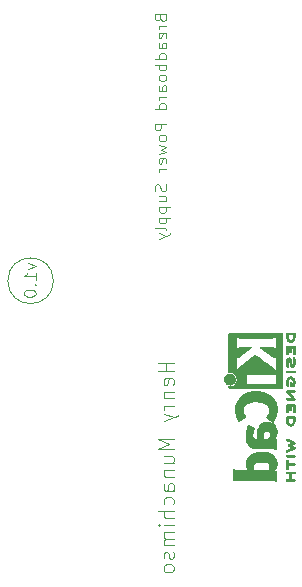
<source format=gbo>
%TF.GenerationSoftware,KiCad,Pcbnew,9.0.4*%
%TF.CreationDate,2025-09-23T18:33:02+01:00*%
%TF.ProjectId,Breadboard Power Supply,42726561-6462-46f6-9172-6420506f7765,v1.0*%
%TF.SameCoordinates,Original*%
%TF.FileFunction,Legend,Bot*%
%TF.FilePolarity,Positive*%
%FSLAX46Y46*%
G04 Gerber Fmt 4.6, Leading zero omitted, Abs format (unit mm)*
G04 Created by KiCad (PCBNEW 9.0.4) date 2025-09-23 18:33:02*
%MOMM*%
%LPD*%
G01*
G04 APERTURE LIST*
%ADD10C,0.100000*%
%ADD11C,0.010000*%
G04 APERTURE END LIST*
D10*
X143701304Y-100959312D02*
X142401304Y-100959312D01*
X143020352Y-100959312D02*
X143020352Y-101702169D01*
X143701304Y-101702169D02*
X142401304Y-101702169D01*
X143639400Y-102816455D02*
X143701304Y-102692646D01*
X143701304Y-102692646D02*
X143701304Y-102445027D01*
X143701304Y-102445027D02*
X143639400Y-102321217D01*
X143639400Y-102321217D02*
X143515590Y-102259313D01*
X143515590Y-102259313D02*
X143020352Y-102259313D01*
X143020352Y-102259313D02*
X142896542Y-102321217D01*
X142896542Y-102321217D02*
X142834638Y-102445027D01*
X142834638Y-102445027D02*
X142834638Y-102692646D01*
X142834638Y-102692646D02*
X142896542Y-102816455D01*
X142896542Y-102816455D02*
X143020352Y-102878360D01*
X143020352Y-102878360D02*
X143144161Y-102878360D01*
X143144161Y-102878360D02*
X143267971Y-102259313D01*
X142834638Y-103435503D02*
X143701304Y-103435503D01*
X142958447Y-103435503D02*
X142896542Y-103497408D01*
X142896542Y-103497408D02*
X142834638Y-103621218D01*
X142834638Y-103621218D02*
X142834638Y-103806932D01*
X142834638Y-103806932D02*
X142896542Y-103930741D01*
X142896542Y-103930741D02*
X143020352Y-103992646D01*
X143020352Y-103992646D02*
X143701304Y-103992646D01*
X143701304Y-104611693D02*
X142834638Y-104611693D01*
X143082257Y-104611693D02*
X142958447Y-104673598D01*
X142958447Y-104673598D02*
X142896542Y-104735503D01*
X142896542Y-104735503D02*
X142834638Y-104859312D01*
X142834638Y-104859312D02*
X142834638Y-104983122D01*
X142834638Y-105292646D02*
X143701304Y-105602170D01*
X142834638Y-105911693D02*
X143701304Y-105602170D01*
X143701304Y-105602170D02*
X144010828Y-105478360D01*
X144010828Y-105478360D02*
X144072733Y-105416455D01*
X144072733Y-105416455D02*
X144134638Y-105292646D01*
X143701304Y-107397407D02*
X142401304Y-107397407D01*
X142401304Y-107397407D02*
X143329876Y-107830741D01*
X143329876Y-107830741D02*
X142401304Y-108264074D01*
X142401304Y-108264074D02*
X143701304Y-108264074D01*
X142834638Y-109440264D02*
X143701304Y-109440264D01*
X142834638Y-108883121D02*
X143515590Y-108883121D01*
X143515590Y-108883121D02*
X143639400Y-108945026D01*
X143639400Y-108945026D02*
X143701304Y-109068836D01*
X143701304Y-109068836D02*
X143701304Y-109254550D01*
X143701304Y-109254550D02*
X143639400Y-109378359D01*
X143639400Y-109378359D02*
X143577495Y-109440264D01*
X142834638Y-110059311D02*
X143701304Y-110059311D01*
X142958447Y-110059311D02*
X142896542Y-110121216D01*
X142896542Y-110121216D02*
X142834638Y-110245026D01*
X142834638Y-110245026D02*
X142834638Y-110430740D01*
X142834638Y-110430740D02*
X142896542Y-110554549D01*
X142896542Y-110554549D02*
X143020352Y-110616454D01*
X143020352Y-110616454D02*
X143701304Y-110616454D01*
X143701304Y-111792644D02*
X143020352Y-111792644D01*
X143020352Y-111792644D02*
X142896542Y-111730739D01*
X142896542Y-111730739D02*
X142834638Y-111606930D01*
X142834638Y-111606930D02*
X142834638Y-111359311D01*
X142834638Y-111359311D02*
X142896542Y-111235501D01*
X143639400Y-111792644D02*
X143701304Y-111668835D01*
X143701304Y-111668835D02*
X143701304Y-111359311D01*
X143701304Y-111359311D02*
X143639400Y-111235501D01*
X143639400Y-111235501D02*
X143515590Y-111173597D01*
X143515590Y-111173597D02*
X143391780Y-111173597D01*
X143391780Y-111173597D02*
X143267971Y-111235501D01*
X143267971Y-111235501D02*
X143206066Y-111359311D01*
X143206066Y-111359311D02*
X143206066Y-111668835D01*
X143206066Y-111668835D02*
X143144161Y-111792644D01*
X143639400Y-112968834D02*
X143701304Y-112845025D01*
X143701304Y-112845025D02*
X143701304Y-112597406D01*
X143701304Y-112597406D02*
X143639400Y-112473596D01*
X143639400Y-112473596D02*
X143577495Y-112411691D01*
X143577495Y-112411691D02*
X143453685Y-112349787D01*
X143453685Y-112349787D02*
X143082257Y-112349787D01*
X143082257Y-112349787D02*
X142958447Y-112411691D01*
X142958447Y-112411691D02*
X142896542Y-112473596D01*
X142896542Y-112473596D02*
X142834638Y-112597406D01*
X142834638Y-112597406D02*
X142834638Y-112845025D01*
X142834638Y-112845025D02*
X142896542Y-112968834D01*
X143701304Y-113525977D02*
X142401304Y-113525977D01*
X143701304Y-114083120D02*
X143020352Y-114083120D01*
X143020352Y-114083120D02*
X142896542Y-114021215D01*
X142896542Y-114021215D02*
X142834638Y-113897406D01*
X142834638Y-113897406D02*
X142834638Y-113711692D01*
X142834638Y-113711692D02*
X142896542Y-113587882D01*
X142896542Y-113587882D02*
X142958447Y-113525977D01*
X143701304Y-114702167D02*
X142834638Y-114702167D01*
X142401304Y-114702167D02*
X142463209Y-114640263D01*
X142463209Y-114640263D02*
X142525114Y-114702167D01*
X142525114Y-114702167D02*
X142463209Y-114764072D01*
X142463209Y-114764072D02*
X142401304Y-114702167D01*
X142401304Y-114702167D02*
X142525114Y-114702167D01*
X143701304Y-115321215D02*
X142834638Y-115321215D01*
X142958447Y-115321215D02*
X142896542Y-115383120D01*
X142896542Y-115383120D02*
X142834638Y-115506930D01*
X142834638Y-115506930D02*
X142834638Y-115692644D01*
X142834638Y-115692644D02*
X142896542Y-115816453D01*
X142896542Y-115816453D02*
X143020352Y-115878358D01*
X143020352Y-115878358D02*
X143701304Y-115878358D01*
X143020352Y-115878358D02*
X142896542Y-115940263D01*
X142896542Y-115940263D02*
X142834638Y-116064072D01*
X142834638Y-116064072D02*
X142834638Y-116249787D01*
X142834638Y-116249787D02*
X142896542Y-116373596D01*
X142896542Y-116373596D02*
X143020352Y-116435501D01*
X143020352Y-116435501D02*
X143701304Y-116435501D01*
X143639400Y-116992644D02*
X143701304Y-117116453D01*
X143701304Y-117116453D02*
X143701304Y-117364072D01*
X143701304Y-117364072D02*
X143639400Y-117487882D01*
X143639400Y-117487882D02*
X143515590Y-117549786D01*
X143515590Y-117549786D02*
X143453685Y-117549786D01*
X143453685Y-117549786D02*
X143329876Y-117487882D01*
X143329876Y-117487882D02*
X143267971Y-117364072D01*
X143267971Y-117364072D02*
X143267971Y-117178358D01*
X143267971Y-117178358D02*
X143206066Y-117054548D01*
X143206066Y-117054548D02*
X143082257Y-116992644D01*
X143082257Y-116992644D02*
X143020352Y-116992644D01*
X143020352Y-116992644D02*
X142896542Y-117054548D01*
X142896542Y-117054548D02*
X142834638Y-117178358D01*
X142834638Y-117178358D02*
X142834638Y-117364072D01*
X142834638Y-117364072D02*
X142896542Y-117487882D01*
X143701304Y-118292644D02*
X143639400Y-118168834D01*
X143639400Y-118168834D02*
X143577495Y-118106929D01*
X143577495Y-118106929D02*
X143453685Y-118045025D01*
X143453685Y-118045025D02*
X143082257Y-118045025D01*
X143082257Y-118045025D02*
X142958447Y-118106929D01*
X142958447Y-118106929D02*
X142896542Y-118168834D01*
X142896542Y-118168834D02*
X142834638Y-118292644D01*
X142834638Y-118292644D02*
X142834638Y-118478358D01*
X142834638Y-118478358D02*
X142896542Y-118602167D01*
X142896542Y-118602167D02*
X142958447Y-118664072D01*
X142958447Y-118664072D02*
X143082257Y-118725977D01*
X143082257Y-118725977D02*
X143453685Y-118725977D01*
X143453685Y-118725977D02*
X143577495Y-118664072D01*
X143577495Y-118664072D02*
X143639400Y-118602167D01*
X143639400Y-118602167D02*
X143701304Y-118478358D01*
X143701304Y-118478358D02*
X143701304Y-118292644D01*
X142553809Y-71781541D02*
X142601428Y-71924398D01*
X142601428Y-71924398D02*
X142649047Y-71972017D01*
X142649047Y-71972017D02*
X142744285Y-72019636D01*
X142744285Y-72019636D02*
X142887142Y-72019636D01*
X142887142Y-72019636D02*
X142982380Y-71972017D01*
X142982380Y-71972017D02*
X143030000Y-71924398D01*
X143030000Y-71924398D02*
X143077619Y-71829160D01*
X143077619Y-71829160D02*
X143077619Y-71448208D01*
X143077619Y-71448208D02*
X142077619Y-71448208D01*
X142077619Y-71448208D02*
X142077619Y-71781541D01*
X142077619Y-71781541D02*
X142125238Y-71876779D01*
X142125238Y-71876779D02*
X142172857Y-71924398D01*
X142172857Y-71924398D02*
X142268095Y-71972017D01*
X142268095Y-71972017D02*
X142363333Y-71972017D01*
X142363333Y-71972017D02*
X142458571Y-71924398D01*
X142458571Y-71924398D02*
X142506190Y-71876779D01*
X142506190Y-71876779D02*
X142553809Y-71781541D01*
X142553809Y-71781541D02*
X142553809Y-71448208D01*
X143077619Y-72448208D02*
X142410952Y-72448208D01*
X142601428Y-72448208D02*
X142506190Y-72495827D01*
X142506190Y-72495827D02*
X142458571Y-72543446D01*
X142458571Y-72543446D02*
X142410952Y-72638684D01*
X142410952Y-72638684D02*
X142410952Y-72733922D01*
X143030000Y-73448208D02*
X143077619Y-73352970D01*
X143077619Y-73352970D02*
X143077619Y-73162494D01*
X143077619Y-73162494D02*
X143030000Y-73067256D01*
X143030000Y-73067256D02*
X142934761Y-73019637D01*
X142934761Y-73019637D02*
X142553809Y-73019637D01*
X142553809Y-73019637D02*
X142458571Y-73067256D01*
X142458571Y-73067256D02*
X142410952Y-73162494D01*
X142410952Y-73162494D02*
X142410952Y-73352970D01*
X142410952Y-73352970D02*
X142458571Y-73448208D01*
X142458571Y-73448208D02*
X142553809Y-73495827D01*
X142553809Y-73495827D02*
X142649047Y-73495827D01*
X142649047Y-73495827D02*
X142744285Y-73019637D01*
X143077619Y-74352970D02*
X142553809Y-74352970D01*
X142553809Y-74352970D02*
X142458571Y-74305351D01*
X142458571Y-74305351D02*
X142410952Y-74210113D01*
X142410952Y-74210113D02*
X142410952Y-74019637D01*
X142410952Y-74019637D02*
X142458571Y-73924399D01*
X143030000Y-74352970D02*
X143077619Y-74257732D01*
X143077619Y-74257732D02*
X143077619Y-74019637D01*
X143077619Y-74019637D02*
X143030000Y-73924399D01*
X143030000Y-73924399D02*
X142934761Y-73876780D01*
X142934761Y-73876780D02*
X142839523Y-73876780D01*
X142839523Y-73876780D02*
X142744285Y-73924399D01*
X142744285Y-73924399D02*
X142696666Y-74019637D01*
X142696666Y-74019637D02*
X142696666Y-74257732D01*
X142696666Y-74257732D02*
X142649047Y-74352970D01*
X143077619Y-75257732D02*
X142077619Y-75257732D01*
X143030000Y-75257732D02*
X143077619Y-75162494D01*
X143077619Y-75162494D02*
X143077619Y-74972018D01*
X143077619Y-74972018D02*
X143030000Y-74876780D01*
X143030000Y-74876780D02*
X142982380Y-74829161D01*
X142982380Y-74829161D02*
X142887142Y-74781542D01*
X142887142Y-74781542D02*
X142601428Y-74781542D01*
X142601428Y-74781542D02*
X142506190Y-74829161D01*
X142506190Y-74829161D02*
X142458571Y-74876780D01*
X142458571Y-74876780D02*
X142410952Y-74972018D01*
X142410952Y-74972018D02*
X142410952Y-75162494D01*
X142410952Y-75162494D02*
X142458571Y-75257732D01*
X143077619Y-75733923D02*
X142077619Y-75733923D01*
X142458571Y-75733923D02*
X142410952Y-75829161D01*
X142410952Y-75829161D02*
X142410952Y-76019637D01*
X142410952Y-76019637D02*
X142458571Y-76114875D01*
X142458571Y-76114875D02*
X142506190Y-76162494D01*
X142506190Y-76162494D02*
X142601428Y-76210113D01*
X142601428Y-76210113D02*
X142887142Y-76210113D01*
X142887142Y-76210113D02*
X142982380Y-76162494D01*
X142982380Y-76162494D02*
X143030000Y-76114875D01*
X143030000Y-76114875D02*
X143077619Y-76019637D01*
X143077619Y-76019637D02*
X143077619Y-75829161D01*
X143077619Y-75829161D02*
X143030000Y-75733923D01*
X143077619Y-76781542D02*
X143030000Y-76686304D01*
X143030000Y-76686304D02*
X142982380Y-76638685D01*
X142982380Y-76638685D02*
X142887142Y-76591066D01*
X142887142Y-76591066D02*
X142601428Y-76591066D01*
X142601428Y-76591066D02*
X142506190Y-76638685D01*
X142506190Y-76638685D02*
X142458571Y-76686304D01*
X142458571Y-76686304D02*
X142410952Y-76781542D01*
X142410952Y-76781542D02*
X142410952Y-76924399D01*
X142410952Y-76924399D02*
X142458571Y-77019637D01*
X142458571Y-77019637D02*
X142506190Y-77067256D01*
X142506190Y-77067256D02*
X142601428Y-77114875D01*
X142601428Y-77114875D02*
X142887142Y-77114875D01*
X142887142Y-77114875D02*
X142982380Y-77067256D01*
X142982380Y-77067256D02*
X143030000Y-77019637D01*
X143030000Y-77019637D02*
X143077619Y-76924399D01*
X143077619Y-76924399D02*
X143077619Y-76781542D01*
X143077619Y-77972018D02*
X142553809Y-77972018D01*
X142553809Y-77972018D02*
X142458571Y-77924399D01*
X142458571Y-77924399D02*
X142410952Y-77829161D01*
X142410952Y-77829161D02*
X142410952Y-77638685D01*
X142410952Y-77638685D02*
X142458571Y-77543447D01*
X143030000Y-77972018D02*
X143077619Y-77876780D01*
X143077619Y-77876780D02*
X143077619Y-77638685D01*
X143077619Y-77638685D02*
X143030000Y-77543447D01*
X143030000Y-77543447D02*
X142934761Y-77495828D01*
X142934761Y-77495828D02*
X142839523Y-77495828D01*
X142839523Y-77495828D02*
X142744285Y-77543447D01*
X142744285Y-77543447D02*
X142696666Y-77638685D01*
X142696666Y-77638685D02*
X142696666Y-77876780D01*
X142696666Y-77876780D02*
X142649047Y-77972018D01*
X143077619Y-78448209D02*
X142410952Y-78448209D01*
X142601428Y-78448209D02*
X142506190Y-78495828D01*
X142506190Y-78495828D02*
X142458571Y-78543447D01*
X142458571Y-78543447D02*
X142410952Y-78638685D01*
X142410952Y-78638685D02*
X142410952Y-78733923D01*
X143077619Y-79495828D02*
X142077619Y-79495828D01*
X143030000Y-79495828D02*
X143077619Y-79400590D01*
X143077619Y-79400590D02*
X143077619Y-79210114D01*
X143077619Y-79210114D02*
X143030000Y-79114876D01*
X143030000Y-79114876D02*
X142982380Y-79067257D01*
X142982380Y-79067257D02*
X142887142Y-79019638D01*
X142887142Y-79019638D02*
X142601428Y-79019638D01*
X142601428Y-79019638D02*
X142506190Y-79067257D01*
X142506190Y-79067257D02*
X142458571Y-79114876D01*
X142458571Y-79114876D02*
X142410952Y-79210114D01*
X142410952Y-79210114D02*
X142410952Y-79400590D01*
X142410952Y-79400590D02*
X142458571Y-79495828D01*
X143077619Y-80733924D02*
X142077619Y-80733924D01*
X142077619Y-80733924D02*
X142077619Y-81114876D01*
X142077619Y-81114876D02*
X142125238Y-81210114D01*
X142125238Y-81210114D02*
X142172857Y-81257733D01*
X142172857Y-81257733D02*
X142268095Y-81305352D01*
X142268095Y-81305352D02*
X142410952Y-81305352D01*
X142410952Y-81305352D02*
X142506190Y-81257733D01*
X142506190Y-81257733D02*
X142553809Y-81210114D01*
X142553809Y-81210114D02*
X142601428Y-81114876D01*
X142601428Y-81114876D02*
X142601428Y-80733924D01*
X143077619Y-81876781D02*
X143030000Y-81781543D01*
X143030000Y-81781543D02*
X142982380Y-81733924D01*
X142982380Y-81733924D02*
X142887142Y-81686305D01*
X142887142Y-81686305D02*
X142601428Y-81686305D01*
X142601428Y-81686305D02*
X142506190Y-81733924D01*
X142506190Y-81733924D02*
X142458571Y-81781543D01*
X142458571Y-81781543D02*
X142410952Y-81876781D01*
X142410952Y-81876781D02*
X142410952Y-82019638D01*
X142410952Y-82019638D02*
X142458571Y-82114876D01*
X142458571Y-82114876D02*
X142506190Y-82162495D01*
X142506190Y-82162495D02*
X142601428Y-82210114D01*
X142601428Y-82210114D02*
X142887142Y-82210114D01*
X142887142Y-82210114D02*
X142982380Y-82162495D01*
X142982380Y-82162495D02*
X143030000Y-82114876D01*
X143030000Y-82114876D02*
X143077619Y-82019638D01*
X143077619Y-82019638D02*
X143077619Y-81876781D01*
X142410952Y-82543448D02*
X143077619Y-82733924D01*
X143077619Y-82733924D02*
X142601428Y-82924400D01*
X142601428Y-82924400D02*
X143077619Y-83114876D01*
X143077619Y-83114876D02*
X142410952Y-83305352D01*
X143030000Y-84067257D02*
X143077619Y-83972019D01*
X143077619Y-83972019D02*
X143077619Y-83781543D01*
X143077619Y-83781543D02*
X143030000Y-83686305D01*
X143030000Y-83686305D02*
X142934761Y-83638686D01*
X142934761Y-83638686D02*
X142553809Y-83638686D01*
X142553809Y-83638686D02*
X142458571Y-83686305D01*
X142458571Y-83686305D02*
X142410952Y-83781543D01*
X142410952Y-83781543D02*
X142410952Y-83972019D01*
X142410952Y-83972019D02*
X142458571Y-84067257D01*
X142458571Y-84067257D02*
X142553809Y-84114876D01*
X142553809Y-84114876D02*
X142649047Y-84114876D01*
X142649047Y-84114876D02*
X142744285Y-83638686D01*
X143077619Y-84543448D02*
X142410952Y-84543448D01*
X142601428Y-84543448D02*
X142506190Y-84591067D01*
X142506190Y-84591067D02*
X142458571Y-84638686D01*
X142458571Y-84638686D02*
X142410952Y-84733924D01*
X142410952Y-84733924D02*
X142410952Y-84829162D01*
X143030000Y-85876782D02*
X143077619Y-86019639D01*
X143077619Y-86019639D02*
X143077619Y-86257734D01*
X143077619Y-86257734D02*
X143030000Y-86352972D01*
X143030000Y-86352972D02*
X142982380Y-86400591D01*
X142982380Y-86400591D02*
X142887142Y-86448210D01*
X142887142Y-86448210D02*
X142791904Y-86448210D01*
X142791904Y-86448210D02*
X142696666Y-86400591D01*
X142696666Y-86400591D02*
X142649047Y-86352972D01*
X142649047Y-86352972D02*
X142601428Y-86257734D01*
X142601428Y-86257734D02*
X142553809Y-86067258D01*
X142553809Y-86067258D02*
X142506190Y-85972020D01*
X142506190Y-85972020D02*
X142458571Y-85924401D01*
X142458571Y-85924401D02*
X142363333Y-85876782D01*
X142363333Y-85876782D02*
X142268095Y-85876782D01*
X142268095Y-85876782D02*
X142172857Y-85924401D01*
X142172857Y-85924401D02*
X142125238Y-85972020D01*
X142125238Y-85972020D02*
X142077619Y-86067258D01*
X142077619Y-86067258D02*
X142077619Y-86305353D01*
X142077619Y-86305353D02*
X142125238Y-86448210D01*
X142410952Y-87305353D02*
X143077619Y-87305353D01*
X142410952Y-86876782D02*
X142934761Y-86876782D01*
X142934761Y-86876782D02*
X143030000Y-86924401D01*
X143030000Y-86924401D02*
X143077619Y-87019639D01*
X143077619Y-87019639D02*
X143077619Y-87162496D01*
X143077619Y-87162496D02*
X143030000Y-87257734D01*
X143030000Y-87257734D02*
X142982380Y-87305353D01*
X142410952Y-87781544D02*
X143410952Y-87781544D01*
X142458571Y-87781544D02*
X142410952Y-87876782D01*
X142410952Y-87876782D02*
X142410952Y-88067258D01*
X142410952Y-88067258D02*
X142458571Y-88162496D01*
X142458571Y-88162496D02*
X142506190Y-88210115D01*
X142506190Y-88210115D02*
X142601428Y-88257734D01*
X142601428Y-88257734D02*
X142887142Y-88257734D01*
X142887142Y-88257734D02*
X142982380Y-88210115D01*
X142982380Y-88210115D02*
X143030000Y-88162496D01*
X143030000Y-88162496D02*
X143077619Y-88067258D01*
X143077619Y-88067258D02*
X143077619Y-87876782D01*
X143077619Y-87876782D02*
X143030000Y-87781544D01*
X142410952Y-88686306D02*
X143410952Y-88686306D01*
X142458571Y-88686306D02*
X142410952Y-88781544D01*
X142410952Y-88781544D02*
X142410952Y-88972020D01*
X142410952Y-88972020D02*
X142458571Y-89067258D01*
X142458571Y-89067258D02*
X142506190Y-89114877D01*
X142506190Y-89114877D02*
X142601428Y-89162496D01*
X142601428Y-89162496D02*
X142887142Y-89162496D01*
X142887142Y-89162496D02*
X142982380Y-89114877D01*
X142982380Y-89114877D02*
X143030000Y-89067258D01*
X143030000Y-89067258D02*
X143077619Y-88972020D01*
X143077619Y-88972020D02*
X143077619Y-88781544D01*
X143077619Y-88781544D02*
X143030000Y-88686306D01*
X143077619Y-89733925D02*
X143030000Y-89638687D01*
X143030000Y-89638687D02*
X142934761Y-89591068D01*
X142934761Y-89591068D02*
X142077619Y-89591068D01*
X142410952Y-90019640D02*
X143077619Y-90257735D01*
X142410952Y-90495830D02*
X143077619Y-90257735D01*
X143077619Y-90257735D02*
X143315714Y-90162497D01*
X143315714Y-90162497D02*
X143363333Y-90114878D01*
X143363333Y-90114878D02*
X143410952Y-90019640D01*
X133503068Y-94030800D02*
G75*
G02*
X129640932Y-94030800I-1931068J0D01*
G01*
X129640932Y-94030800D02*
G75*
G02*
X133503068Y-94030800I1931068J0D01*
G01*
X131336552Y-92563046D02*
X132003219Y-92801141D01*
X132003219Y-92801141D02*
X131336552Y-93039236D01*
X132003219Y-93943998D02*
X132003219Y-93372570D01*
X132003219Y-93658284D02*
X131003219Y-93658284D01*
X131003219Y-93658284D02*
X131146076Y-93563046D01*
X131146076Y-93563046D02*
X131241314Y-93467808D01*
X131241314Y-93467808D02*
X131288933Y-93372570D01*
X131907980Y-94372570D02*
X131955600Y-94420189D01*
X131955600Y-94420189D02*
X132003219Y-94372570D01*
X132003219Y-94372570D02*
X131955600Y-94324951D01*
X131955600Y-94324951D02*
X131907980Y-94372570D01*
X131907980Y-94372570D02*
X132003219Y-94372570D01*
X131003219Y-95039236D02*
X131003219Y-95134474D01*
X131003219Y-95134474D02*
X131050838Y-95229712D01*
X131050838Y-95229712D02*
X131098457Y-95277331D01*
X131098457Y-95277331D02*
X131193695Y-95324950D01*
X131193695Y-95324950D02*
X131384171Y-95372569D01*
X131384171Y-95372569D02*
X131622266Y-95372569D01*
X131622266Y-95372569D02*
X131812742Y-95324950D01*
X131812742Y-95324950D02*
X131907980Y-95277331D01*
X131907980Y-95277331D02*
X131955600Y-95229712D01*
X131955600Y-95229712D02*
X132003219Y-95134474D01*
X132003219Y-95134474D02*
X132003219Y-95039236D01*
X132003219Y-95039236D02*
X131955600Y-94943998D01*
X131955600Y-94943998D02*
X131907980Y-94896379D01*
X131907980Y-94896379D02*
X131812742Y-94848760D01*
X131812742Y-94848760D02*
X131622266Y-94801141D01*
X131622266Y-94801141D02*
X131384171Y-94801141D01*
X131384171Y-94801141D02*
X131193695Y-94848760D01*
X131193695Y-94848760D02*
X131098457Y-94896379D01*
X131098457Y-94896379D02*
X131050838Y-94943998D01*
X131050838Y-94943998D02*
X131003219Y-95039236D01*
D11*
%TO.C,REF\u002A\u002A*%
X151548095Y-98422113D02*
X151728335Y-98422207D01*
X151890815Y-98422405D01*
X152036470Y-98422737D01*
X152166234Y-98423231D01*
X152281043Y-98423917D01*
X152381830Y-98424824D01*
X152469530Y-98425983D01*
X152545079Y-98427422D01*
X152609411Y-98429171D01*
X152663461Y-98431260D01*
X152708163Y-98433717D01*
X152744452Y-98436573D01*
X152773263Y-98439857D01*
X152795531Y-98443598D01*
X152812190Y-98447826D01*
X152824175Y-98452571D01*
X152832421Y-98457861D01*
X152837862Y-98463727D01*
X152841434Y-98470198D01*
X152844070Y-98477303D01*
X152846706Y-98485072D01*
X152850277Y-98493534D01*
X152851945Y-98497892D01*
X152853911Y-98506405D01*
X152855711Y-98519106D01*
X152857355Y-98536915D01*
X152858847Y-98560751D01*
X152860197Y-98591534D01*
X152861411Y-98630183D01*
X152862497Y-98677618D01*
X152863461Y-98734757D01*
X152864311Y-98802521D01*
X152865053Y-98881829D01*
X152865697Y-98973601D01*
X152866247Y-99078756D01*
X152866713Y-99198213D01*
X152867100Y-99332892D01*
X152867416Y-99483712D01*
X152867669Y-99651594D01*
X152867866Y-99837455D01*
X152868013Y-100042217D01*
X152868118Y-100266798D01*
X152868189Y-100512118D01*
X152868232Y-100779096D01*
X152868237Y-100817479D01*
X152868280Y-101082878D01*
X152868325Y-101326750D01*
X152868348Y-101550017D01*
X152868324Y-101753604D01*
X152868230Y-101938433D01*
X152868043Y-102105427D01*
X152867739Y-102255510D01*
X152867294Y-102389604D01*
X152866685Y-102508634D01*
X152865889Y-102613521D01*
X152864880Y-102705190D01*
X152863637Y-102784563D01*
X152862135Y-102852563D01*
X152860351Y-102910114D01*
X152858261Y-102958138D01*
X152855842Y-102997560D01*
X152853070Y-103029301D01*
X152849921Y-103054286D01*
X152846372Y-103073436D01*
X152842398Y-103087677D01*
X152837978Y-103097929D01*
X152833086Y-103105118D01*
X152827700Y-103110165D01*
X152821796Y-103113995D01*
X152815349Y-103117529D01*
X152808337Y-103121692D01*
X152806487Y-103122775D01*
X152800980Y-103124987D01*
X152792668Y-103127014D01*
X152780609Y-103128862D01*
X152763863Y-103130539D01*
X152741487Y-103132055D01*
X152712540Y-103133417D01*
X152676080Y-103134633D01*
X152631167Y-103135711D01*
X152576857Y-103136660D01*
X152512210Y-103137488D01*
X152436284Y-103138203D01*
X152348138Y-103138813D01*
X152246829Y-103139326D01*
X152131417Y-103139750D01*
X152000960Y-103140094D01*
X151854516Y-103140366D01*
X151691144Y-103140573D01*
X151509901Y-103140724D01*
X151309848Y-103140828D01*
X151090041Y-103140892D01*
X150849539Y-103140924D01*
X150587402Y-103140933D01*
X148395831Y-103140933D01*
X148357449Y-103102551D01*
X148333711Y-103075445D01*
X148321911Y-103048547D01*
X148319067Y-103012240D01*
X148319067Y-102960311D01*
X148407006Y-102960311D01*
X148456902Y-102958373D01*
X148567323Y-102939601D01*
X148668787Y-102902583D01*
X148759952Y-102849431D01*
X148839473Y-102782254D01*
X148906005Y-102703162D01*
X148958206Y-102614266D01*
X148994730Y-102517675D01*
X149014234Y-102415500D01*
X149015361Y-102310947D01*
X149831778Y-102310947D01*
X149831778Y-102756605D01*
X151008645Y-102759680D01*
X152185511Y-102762755D01*
X152244422Y-102789393D01*
X152268983Y-102801315D01*
X152299234Y-102818554D01*
X152316360Y-102831726D01*
X152324391Y-102839724D01*
X152339293Y-102847422D01*
X152340565Y-102843540D01*
X152342591Y-102820280D01*
X152344426Y-102777926D01*
X152346027Y-102718668D01*
X152347349Y-102644693D01*
X152348348Y-102558190D01*
X152348980Y-102461348D01*
X152349200Y-102356355D01*
X152349149Y-102287444D01*
X152348891Y-102189193D01*
X152348437Y-102099770D01*
X152347810Y-102021467D01*
X152347035Y-101956577D01*
X152346135Y-101907389D01*
X152345134Y-101876196D01*
X152344057Y-101865289D01*
X152340837Y-101866478D01*
X152323252Y-101876624D01*
X152296958Y-101893760D01*
X152284491Y-101902260D01*
X152270422Y-101911471D01*
X152256151Y-101919567D01*
X152240279Y-101926615D01*
X152221409Y-101932683D01*
X152198141Y-101937839D01*
X152169078Y-101942149D01*
X152132821Y-101945681D01*
X152087970Y-101948503D01*
X152033128Y-101950682D01*
X151966897Y-101952286D01*
X151887877Y-101953381D01*
X151794671Y-101954035D01*
X151685879Y-101954316D01*
X151560103Y-101954291D01*
X151415945Y-101954028D01*
X151252007Y-101953594D01*
X151066889Y-101953055D01*
X150888032Y-101952521D01*
X150729174Y-101951995D01*
X150590116Y-101951450D01*
X150469465Y-101950855D01*
X150365828Y-101950181D01*
X150277811Y-101949397D01*
X150204023Y-101948474D01*
X150143069Y-101947381D01*
X150093557Y-101946088D01*
X150054093Y-101944565D01*
X150023284Y-101942781D01*
X149999738Y-101940708D01*
X149982060Y-101938314D01*
X149968859Y-101935570D01*
X149958740Y-101932444D01*
X149950311Y-101928908D01*
X149942175Y-101925009D01*
X149905344Y-101905362D01*
X149875191Y-101886575D01*
X149873708Y-101885528D01*
X149851459Y-101871198D01*
X149838502Y-101865289D01*
X149838049Y-101866296D01*
X149836603Y-101883495D01*
X149835280Y-101920144D01*
X149834116Y-101973838D01*
X149833147Y-102042170D01*
X149832411Y-102122736D01*
X149831942Y-102213130D01*
X149831778Y-102310947D01*
X149015361Y-102310947D01*
X149015373Y-102309850D01*
X148996805Y-102202836D01*
X148957184Y-102096568D01*
X148899316Y-101999581D01*
X148824484Y-101914507D01*
X148736415Y-101845785D01*
X148637416Y-101794882D01*
X148529793Y-101763265D01*
X148415854Y-101752400D01*
X148319067Y-101752400D01*
X148319067Y-100132047D01*
X148319080Y-99920903D01*
X148319113Y-99786486D01*
X148928667Y-99786486D01*
X148991766Y-99748489D01*
X149016805Y-99733807D01*
X149044386Y-99719269D01*
X149072500Y-99707173D01*
X149103351Y-99697268D01*
X149139144Y-99689306D01*
X149182083Y-99683039D01*
X149234374Y-99678218D01*
X149298219Y-99674594D01*
X149375825Y-99671919D01*
X149469394Y-99669943D01*
X149581133Y-99668418D01*
X149713245Y-99667096D01*
X149833234Y-99666187D01*
X149949863Y-99665780D01*
X150045331Y-99666033D01*
X150119356Y-99666943D01*
X150171655Y-99668507D01*
X150201949Y-99670721D01*
X150209956Y-99673580D01*
X150206658Y-99676639D01*
X150185208Y-99694794D01*
X150148689Y-99724525D01*
X150099242Y-99764161D01*
X150039007Y-99812029D01*
X149970127Y-99866457D01*
X149894743Y-99925773D01*
X149814996Y-99988305D01*
X149733028Y-100052379D01*
X149650980Y-100116325D01*
X149570994Y-100178469D01*
X149495211Y-100237139D01*
X149425773Y-100290663D01*
X149364821Y-100337370D01*
X149314496Y-100375586D01*
X149276940Y-100403639D01*
X149254295Y-100419857D01*
X149182012Y-100465165D01*
X149102263Y-100505139D01*
X149033988Y-100526670D01*
X148976644Y-100529973D01*
X148928667Y-100524684D01*
X148928917Y-101656444D01*
X148959522Y-101616933D01*
X148966889Y-101607552D01*
X149021238Y-101544617D01*
X149089059Y-101475803D01*
X149172316Y-101399204D01*
X149272978Y-101312912D01*
X149293647Y-101295748D01*
X149343209Y-101254967D01*
X149404126Y-101205212D01*
X149474698Y-101147845D01*
X149553224Y-101084231D01*
X149638004Y-101015731D01*
X149727337Y-100943710D01*
X149819522Y-100869530D01*
X149838502Y-100854283D01*
X149912860Y-100794554D01*
X150005648Y-100720147D01*
X150096188Y-100647669D01*
X150182778Y-100578486D01*
X150263718Y-100513959D01*
X150337306Y-100455453D01*
X150401844Y-100404330D01*
X150455629Y-100361953D01*
X150496962Y-100329685D01*
X150524142Y-100308890D01*
X150535468Y-100300931D01*
X150539571Y-100302689D01*
X150560134Y-100315570D01*
X150596361Y-100339915D01*
X150646624Y-100374553D01*
X150709292Y-100418314D01*
X150782736Y-100470025D01*
X150865327Y-100528516D01*
X150955436Y-100592616D01*
X151051431Y-100661154D01*
X151151685Y-100732957D01*
X151254568Y-100806856D01*
X151358450Y-100881679D01*
X151461701Y-100956255D01*
X151562692Y-101029413D01*
X151659794Y-101099981D01*
X151751377Y-101166789D01*
X151835811Y-101228665D01*
X151911467Y-101284439D01*
X151976716Y-101332938D01*
X152029928Y-101372993D01*
X152069473Y-101403431D01*
X152094826Y-101423856D01*
X152149095Y-101469901D01*
X152205575Y-101520188D01*
X152255469Y-101566985D01*
X152349200Y-101658149D01*
X152349200Y-100503710D01*
X152273000Y-100504344D01*
X152230960Y-100503226D01*
X152195134Y-100497496D01*
X152157572Y-100484910D01*
X152109377Y-100463232D01*
X152102697Y-100460011D01*
X152053159Y-100434612D01*
X152005169Y-100407804D01*
X151968266Y-100384883D01*
X151961634Y-100380315D01*
X151930393Y-100358284D01*
X151885454Y-100326107D01*
X151828947Y-100285343D01*
X151763004Y-100237555D01*
X151689757Y-100184302D01*
X151611336Y-100127145D01*
X151529872Y-100067645D01*
X151447498Y-100007363D01*
X151366344Y-99947860D01*
X151288542Y-99890695D01*
X151216223Y-99837430D01*
X151151518Y-99789626D01*
X151096559Y-99748843D01*
X151053476Y-99716642D01*
X151024402Y-99694584D01*
X151011467Y-99684229D01*
X151007151Y-99679756D01*
X151005112Y-99675564D01*
X151007726Y-99672157D01*
X151016786Y-99669475D01*
X151034085Y-99667459D01*
X151061414Y-99666052D01*
X151100565Y-99665195D01*
X151153333Y-99664830D01*
X151221507Y-99664897D01*
X151306882Y-99665340D01*
X151411249Y-99666098D01*
X151536400Y-99667115D01*
X151581100Y-99667492D01*
X151702195Y-99668631D01*
X151803488Y-99669828D01*
X151887062Y-99671164D01*
X151955004Y-99672723D01*
X152009399Y-99674585D01*
X152052332Y-99676834D01*
X152085889Y-99679552D01*
X152112155Y-99682821D01*
X152133216Y-99686722D01*
X152151157Y-99691339D01*
X152177570Y-99699608D01*
X152239572Y-99723217D01*
X152292373Y-99749115D01*
X152329445Y-99774265D01*
X152330875Y-99775461D01*
X152335224Y-99777632D01*
X152338826Y-99775472D01*
X152341751Y-99767156D01*
X152344069Y-99750860D01*
X152345851Y-99724759D01*
X152347167Y-99687029D01*
X152348086Y-99635844D01*
X152348678Y-99569380D01*
X152349015Y-99485813D01*
X152349165Y-99383317D01*
X152349200Y-99260068D01*
X152349200Y-98728504D01*
X152291583Y-98767277D01*
X152282693Y-98773368D01*
X152267869Y-98783824D01*
X152254222Y-98793221D01*
X152240565Y-98801617D01*
X152225711Y-98809067D01*
X152208470Y-98815627D01*
X152187655Y-98821354D01*
X152162080Y-98826305D01*
X152130555Y-98830534D01*
X152091893Y-98834099D01*
X152044907Y-98837056D01*
X151988408Y-98839460D01*
X151921209Y-98841369D01*
X151842122Y-98842838D01*
X151749960Y-98843924D01*
X151643534Y-98844682D01*
X151521657Y-98845170D01*
X151383141Y-98845442D01*
X151226799Y-98845557D01*
X151051442Y-98845569D01*
X150855882Y-98845535D01*
X150638933Y-98845511D01*
X150516313Y-98845520D01*
X150311247Y-98845557D01*
X150126916Y-98845573D01*
X149962134Y-98845512D01*
X149815716Y-98845316D01*
X149686474Y-98844930D01*
X149573222Y-98844295D01*
X149474775Y-98843356D01*
X149389944Y-98842055D01*
X149317544Y-98840336D01*
X149256389Y-98838141D01*
X149205292Y-98835415D01*
X149163067Y-98832099D01*
X149128527Y-98828138D01*
X149100486Y-98823475D01*
X149077758Y-98818053D01*
X149059156Y-98811814D01*
X149043493Y-98804703D01*
X149029584Y-98796662D01*
X149016241Y-98787634D01*
X149002279Y-98777564D01*
X148986511Y-98766393D01*
X148928667Y-98726603D01*
X148928667Y-99786486D01*
X148319113Y-99786486D01*
X148319130Y-99716780D01*
X148319230Y-99533114D01*
X148319392Y-99368809D01*
X148319629Y-99222771D01*
X148319953Y-99093906D01*
X148320375Y-98981117D01*
X148320909Y-98883312D01*
X148321567Y-98799396D01*
X148322361Y-98728273D01*
X148323304Y-98668850D01*
X148324408Y-98620032D01*
X148325684Y-98580723D01*
X148327147Y-98549831D01*
X148328807Y-98526259D01*
X148330678Y-98508914D01*
X148332772Y-98496701D01*
X148335100Y-98488525D01*
X148337676Y-98483292D01*
X148341245Y-98477296D01*
X148344778Y-98470521D01*
X148348288Y-98464322D01*
X148352718Y-98458674D01*
X148359008Y-98453553D01*
X148368101Y-98448931D01*
X148380939Y-98444785D01*
X148398462Y-98441087D01*
X148421613Y-98437813D01*
X148451334Y-98434937D01*
X148488565Y-98432433D01*
X148534249Y-98430276D01*
X148589327Y-98428440D01*
X148654741Y-98426900D01*
X148731433Y-98425630D01*
X148820344Y-98424605D01*
X148922417Y-98423799D01*
X148928667Y-98423766D01*
X149038592Y-98423186D01*
X149169811Y-98422741D01*
X149317016Y-98422438D01*
X149481149Y-98422252D01*
X149663152Y-98422158D01*
X149863965Y-98422129D01*
X150084532Y-98422139D01*
X150325792Y-98422164D01*
X150588689Y-98422178D01*
X150630840Y-98422178D01*
X150891468Y-98422154D01*
X151130596Y-98422115D01*
X151349160Y-98422092D01*
X151548095Y-98422113D01*
G36*
X151548095Y-98422113D02*
G01*
X151728335Y-98422207D01*
X151890815Y-98422405D01*
X152036470Y-98422737D01*
X152166234Y-98423231D01*
X152281043Y-98423917D01*
X152381830Y-98424824D01*
X152469530Y-98425983D01*
X152545079Y-98427422D01*
X152609411Y-98429171D01*
X152663461Y-98431260D01*
X152708163Y-98433717D01*
X152744452Y-98436573D01*
X152773263Y-98439857D01*
X152795531Y-98443598D01*
X152812190Y-98447826D01*
X152824175Y-98452571D01*
X152832421Y-98457861D01*
X152837862Y-98463727D01*
X152841434Y-98470198D01*
X152844070Y-98477303D01*
X152846706Y-98485072D01*
X152850277Y-98493534D01*
X152851945Y-98497892D01*
X152853911Y-98506405D01*
X152855711Y-98519106D01*
X152857355Y-98536915D01*
X152858847Y-98560751D01*
X152860197Y-98591534D01*
X152861411Y-98630183D01*
X152862497Y-98677618D01*
X152863461Y-98734757D01*
X152864311Y-98802521D01*
X152865053Y-98881829D01*
X152865697Y-98973601D01*
X152866247Y-99078756D01*
X152866713Y-99198213D01*
X152867100Y-99332892D01*
X152867416Y-99483712D01*
X152867669Y-99651594D01*
X152867866Y-99837455D01*
X152868013Y-100042217D01*
X152868118Y-100266798D01*
X152868189Y-100512118D01*
X152868232Y-100779096D01*
X152868237Y-100817479D01*
X152868280Y-101082878D01*
X152868325Y-101326750D01*
X152868348Y-101550017D01*
X152868324Y-101753604D01*
X152868230Y-101938433D01*
X152868043Y-102105427D01*
X152867739Y-102255510D01*
X152867294Y-102389604D01*
X152866685Y-102508634D01*
X152865889Y-102613521D01*
X152864880Y-102705190D01*
X152863637Y-102784563D01*
X152862135Y-102852563D01*
X152860351Y-102910114D01*
X152858261Y-102958138D01*
X152855842Y-102997560D01*
X152853070Y-103029301D01*
X152849921Y-103054286D01*
X152846372Y-103073436D01*
X152842398Y-103087677D01*
X152837978Y-103097929D01*
X152833086Y-103105118D01*
X152827700Y-103110165D01*
X152821796Y-103113995D01*
X152815349Y-103117529D01*
X152808337Y-103121692D01*
X152806487Y-103122775D01*
X152800980Y-103124987D01*
X152792668Y-103127014D01*
X152780609Y-103128862D01*
X152763863Y-103130539D01*
X152741487Y-103132055D01*
X152712540Y-103133417D01*
X152676080Y-103134633D01*
X152631167Y-103135711D01*
X152576857Y-103136660D01*
X152512210Y-103137488D01*
X152436284Y-103138203D01*
X152348138Y-103138813D01*
X152246829Y-103139326D01*
X152131417Y-103139750D01*
X152000960Y-103140094D01*
X151854516Y-103140366D01*
X151691144Y-103140573D01*
X151509901Y-103140724D01*
X151309848Y-103140828D01*
X151090041Y-103140892D01*
X150849539Y-103140924D01*
X150587402Y-103140933D01*
X148395831Y-103140933D01*
X148357449Y-103102551D01*
X148333711Y-103075445D01*
X148321911Y-103048547D01*
X148319067Y-103012240D01*
X148319067Y-102960311D01*
X148407006Y-102960311D01*
X148456902Y-102958373D01*
X148567323Y-102939601D01*
X148668787Y-102902583D01*
X148759952Y-102849431D01*
X148839473Y-102782254D01*
X148906005Y-102703162D01*
X148958206Y-102614266D01*
X148994730Y-102517675D01*
X149014234Y-102415500D01*
X149015361Y-102310947D01*
X149831778Y-102310947D01*
X149831778Y-102756605D01*
X151008645Y-102759680D01*
X152185511Y-102762755D01*
X152244422Y-102789393D01*
X152268983Y-102801315D01*
X152299234Y-102818554D01*
X152316360Y-102831726D01*
X152324391Y-102839724D01*
X152339293Y-102847422D01*
X152340565Y-102843540D01*
X152342591Y-102820280D01*
X152344426Y-102777926D01*
X152346027Y-102718668D01*
X152347349Y-102644693D01*
X152348348Y-102558190D01*
X152348980Y-102461348D01*
X152349200Y-102356355D01*
X152349149Y-102287444D01*
X152348891Y-102189193D01*
X152348437Y-102099770D01*
X152347810Y-102021467D01*
X152347035Y-101956577D01*
X152346135Y-101907389D01*
X152345134Y-101876196D01*
X152344057Y-101865289D01*
X152340837Y-101866478D01*
X152323252Y-101876624D01*
X152296958Y-101893760D01*
X152284491Y-101902260D01*
X152270422Y-101911471D01*
X152256151Y-101919567D01*
X152240279Y-101926615D01*
X152221409Y-101932683D01*
X152198141Y-101937839D01*
X152169078Y-101942149D01*
X152132821Y-101945681D01*
X152087970Y-101948503D01*
X152033128Y-101950682D01*
X151966897Y-101952286D01*
X151887877Y-101953381D01*
X151794671Y-101954035D01*
X151685879Y-101954316D01*
X151560103Y-101954291D01*
X151415945Y-101954028D01*
X151252007Y-101953594D01*
X151066889Y-101953055D01*
X150888032Y-101952521D01*
X150729174Y-101951995D01*
X150590116Y-101951450D01*
X150469465Y-101950855D01*
X150365828Y-101950181D01*
X150277811Y-101949397D01*
X150204023Y-101948474D01*
X150143069Y-101947381D01*
X150093557Y-101946088D01*
X150054093Y-101944565D01*
X150023284Y-101942781D01*
X149999738Y-101940708D01*
X149982060Y-101938314D01*
X149968859Y-101935570D01*
X149958740Y-101932444D01*
X149950311Y-101928908D01*
X149942175Y-101925009D01*
X149905344Y-101905362D01*
X149875191Y-101886575D01*
X149873708Y-101885528D01*
X149851459Y-101871198D01*
X149838502Y-101865289D01*
X149838049Y-101866296D01*
X149836603Y-101883495D01*
X149835280Y-101920144D01*
X149834116Y-101973838D01*
X149833147Y-102042170D01*
X149832411Y-102122736D01*
X149831942Y-102213130D01*
X149831778Y-102310947D01*
X149015361Y-102310947D01*
X149015373Y-102309850D01*
X148996805Y-102202836D01*
X148957184Y-102096568D01*
X148899316Y-101999581D01*
X148824484Y-101914507D01*
X148736415Y-101845785D01*
X148637416Y-101794882D01*
X148529793Y-101763265D01*
X148415854Y-101752400D01*
X148319067Y-101752400D01*
X148319067Y-100132047D01*
X148319080Y-99920903D01*
X148319113Y-99786486D01*
X148928667Y-99786486D01*
X148991766Y-99748489D01*
X149016805Y-99733807D01*
X149044386Y-99719269D01*
X149072500Y-99707173D01*
X149103351Y-99697268D01*
X149139144Y-99689306D01*
X149182083Y-99683039D01*
X149234374Y-99678218D01*
X149298219Y-99674594D01*
X149375825Y-99671919D01*
X149469394Y-99669943D01*
X149581133Y-99668418D01*
X149713245Y-99667096D01*
X149833234Y-99666187D01*
X149949863Y-99665780D01*
X150045331Y-99666033D01*
X150119356Y-99666943D01*
X150171655Y-99668507D01*
X150201949Y-99670721D01*
X150209956Y-99673580D01*
X150206658Y-99676639D01*
X150185208Y-99694794D01*
X150148689Y-99724525D01*
X150099242Y-99764161D01*
X150039007Y-99812029D01*
X149970127Y-99866457D01*
X149894743Y-99925773D01*
X149814996Y-99988305D01*
X149733028Y-100052379D01*
X149650980Y-100116325D01*
X149570994Y-100178469D01*
X149495211Y-100237139D01*
X149425773Y-100290663D01*
X149364821Y-100337370D01*
X149314496Y-100375586D01*
X149276940Y-100403639D01*
X149254295Y-100419857D01*
X149182012Y-100465165D01*
X149102263Y-100505139D01*
X149033988Y-100526670D01*
X148976644Y-100529973D01*
X148928667Y-100524684D01*
X148928917Y-101656444D01*
X148959522Y-101616933D01*
X148966889Y-101607552D01*
X149021238Y-101544617D01*
X149089059Y-101475803D01*
X149172316Y-101399204D01*
X149272978Y-101312912D01*
X149293647Y-101295748D01*
X149343209Y-101254967D01*
X149404126Y-101205212D01*
X149474698Y-101147845D01*
X149553224Y-101084231D01*
X149638004Y-101015731D01*
X149727337Y-100943710D01*
X149819522Y-100869530D01*
X149838502Y-100854283D01*
X149912860Y-100794554D01*
X150005648Y-100720147D01*
X150096188Y-100647669D01*
X150182778Y-100578486D01*
X150263718Y-100513959D01*
X150337306Y-100455453D01*
X150401844Y-100404330D01*
X150455629Y-100361953D01*
X150496962Y-100329685D01*
X150524142Y-100308890D01*
X150535468Y-100300931D01*
X150539571Y-100302689D01*
X150560134Y-100315570D01*
X150596361Y-100339915D01*
X150646624Y-100374553D01*
X150709292Y-100418314D01*
X150782736Y-100470025D01*
X150865327Y-100528516D01*
X150955436Y-100592616D01*
X151051431Y-100661154D01*
X151151685Y-100732957D01*
X151254568Y-100806856D01*
X151358450Y-100881679D01*
X151461701Y-100956255D01*
X151562692Y-101029413D01*
X151659794Y-101099981D01*
X151751377Y-101166789D01*
X151835811Y-101228665D01*
X151911467Y-101284439D01*
X151976716Y-101332938D01*
X152029928Y-101372993D01*
X152069473Y-101403431D01*
X152094826Y-101423856D01*
X152149095Y-101469901D01*
X152205575Y-101520188D01*
X152255469Y-101566985D01*
X152349200Y-101658149D01*
X152349200Y-100503710D01*
X152273000Y-100504344D01*
X152230960Y-100503226D01*
X152195134Y-100497496D01*
X152157572Y-100484910D01*
X152109377Y-100463232D01*
X152102697Y-100460011D01*
X152053159Y-100434612D01*
X152005169Y-100407804D01*
X151968266Y-100384883D01*
X151961634Y-100380315D01*
X151930393Y-100358284D01*
X151885454Y-100326107D01*
X151828947Y-100285343D01*
X151763004Y-100237555D01*
X151689757Y-100184302D01*
X151611336Y-100127145D01*
X151529872Y-100067645D01*
X151447498Y-100007363D01*
X151366344Y-99947860D01*
X151288542Y-99890695D01*
X151216223Y-99837430D01*
X151151518Y-99789626D01*
X151096559Y-99748843D01*
X151053476Y-99716642D01*
X151024402Y-99694584D01*
X151011467Y-99684229D01*
X151007151Y-99679756D01*
X151005112Y-99675564D01*
X151007726Y-99672157D01*
X151016786Y-99669475D01*
X151034085Y-99667459D01*
X151061414Y-99666052D01*
X151100565Y-99665195D01*
X151153333Y-99664830D01*
X151221507Y-99664897D01*
X151306882Y-99665340D01*
X151411249Y-99666098D01*
X151536400Y-99667115D01*
X151581100Y-99667492D01*
X151702195Y-99668631D01*
X151803488Y-99669828D01*
X151887062Y-99671164D01*
X151955004Y-99672723D01*
X152009399Y-99674585D01*
X152052332Y-99676834D01*
X152085889Y-99679552D01*
X152112155Y-99682821D01*
X152133216Y-99686722D01*
X152151157Y-99691339D01*
X152177570Y-99699608D01*
X152239572Y-99723217D01*
X152292373Y-99749115D01*
X152329445Y-99774265D01*
X152330875Y-99775461D01*
X152335224Y-99777632D01*
X152338826Y-99775472D01*
X152341751Y-99767156D01*
X152344069Y-99750860D01*
X152345851Y-99724759D01*
X152347167Y-99687029D01*
X152348086Y-99635844D01*
X152348678Y-99569380D01*
X152349015Y-99485813D01*
X152349165Y-99383317D01*
X152349200Y-99260068D01*
X152349200Y-98728504D01*
X152291583Y-98767277D01*
X152282693Y-98773368D01*
X152267869Y-98783824D01*
X152254222Y-98793221D01*
X152240565Y-98801617D01*
X152225711Y-98809067D01*
X152208470Y-98815627D01*
X152187655Y-98821354D01*
X152162080Y-98826305D01*
X152130555Y-98830534D01*
X152091893Y-98834099D01*
X152044907Y-98837056D01*
X151988408Y-98839460D01*
X151921209Y-98841369D01*
X151842122Y-98842838D01*
X151749960Y-98843924D01*
X151643534Y-98844682D01*
X151521657Y-98845170D01*
X151383141Y-98845442D01*
X151226799Y-98845557D01*
X151051442Y-98845569D01*
X150855882Y-98845535D01*
X150638933Y-98845511D01*
X150516313Y-98845520D01*
X150311247Y-98845557D01*
X150126916Y-98845573D01*
X149962134Y-98845512D01*
X149815716Y-98845316D01*
X149686474Y-98844930D01*
X149573222Y-98844295D01*
X149474775Y-98843356D01*
X149389944Y-98842055D01*
X149317544Y-98840336D01*
X149256389Y-98838141D01*
X149205292Y-98835415D01*
X149163067Y-98832099D01*
X149128527Y-98828138D01*
X149100486Y-98823475D01*
X149077758Y-98818053D01*
X149059156Y-98811814D01*
X149043493Y-98804703D01*
X149029584Y-98796662D01*
X149016241Y-98787634D01*
X149002279Y-98777564D01*
X148986511Y-98766393D01*
X148928667Y-98726603D01*
X148928667Y-99786486D01*
X148319113Y-99786486D01*
X148319130Y-99716780D01*
X148319230Y-99533114D01*
X148319392Y-99368809D01*
X148319629Y-99222771D01*
X148319953Y-99093906D01*
X148320375Y-98981117D01*
X148320909Y-98883312D01*
X148321567Y-98799396D01*
X148322361Y-98728273D01*
X148323304Y-98668850D01*
X148324408Y-98620032D01*
X148325684Y-98580723D01*
X148327147Y-98549831D01*
X148328807Y-98526259D01*
X148330678Y-98508914D01*
X148332772Y-98496701D01*
X148335100Y-98488525D01*
X148337676Y-98483292D01*
X148341245Y-98477296D01*
X148344778Y-98470521D01*
X148348288Y-98464322D01*
X148352718Y-98458674D01*
X148359008Y-98453553D01*
X148368101Y-98448931D01*
X148380939Y-98444785D01*
X148398462Y-98441087D01*
X148421613Y-98437813D01*
X148451334Y-98434937D01*
X148488565Y-98432433D01*
X148534249Y-98430276D01*
X148589327Y-98428440D01*
X148654741Y-98426900D01*
X148731433Y-98425630D01*
X148820344Y-98424605D01*
X148922417Y-98423799D01*
X148928667Y-98423766D01*
X149038592Y-98423186D01*
X149169811Y-98422741D01*
X149317016Y-98422438D01*
X149481149Y-98422252D01*
X149663152Y-98422158D01*
X149863965Y-98422129D01*
X150084532Y-98422139D01*
X150325792Y-98422164D01*
X150588689Y-98422178D01*
X150630840Y-98422178D01*
X150891468Y-98422154D01*
X151130596Y-98422115D01*
X151349160Y-98422092D01*
X151548095Y-98422113D01*
G37*
X151604163Y-105971539D02*
X151679002Y-105975168D01*
X151741201Y-105982778D01*
X151797784Y-105995112D01*
X151923876Y-106039487D01*
X152038479Y-106102400D01*
X152139368Y-106182562D01*
X152225724Y-106279060D01*
X152296732Y-106390978D01*
X152351576Y-106517403D01*
X152389438Y-106657422D01*
X152395151Y-106693651D01*
X152401113Y-106772645D01*
X152401446Y-106860959D01*
X152396459Y-106950725D01*
X152386466Y-107034078D01*
X152371778Y-107103149D01*
X152341549Y-107189613D01*
X152286857Y-107299514D01*
X152219343Y-107396844D01*
X152168356Y-107458933D01*
X152264422Y-107462195D01*
X152360489Y-107465457D01*
X152360489Y-107888350D01*
X152360486Y-107899257D01*
X152360180Y-107993744D01*
X152359416Y-108080469D01*
X152358251Y-108156963D01*
X152356742Y-108220757D01*
X152354947Y-108269382D01*
X152352921Y-108300367D01*
X152350722Y-108311244D01*
X152350263Y-108311222D01*
X152334710Y-108304186D01*
X152311871Y-108288366D01*
X152306438Y-108284066D01*
X152292406Y-108273023D01*
X152278986Y-108263489D01*
X152264522Y-108255339D01*
X152247356Y-108248448D01*
X152225834Y-108242689D01*
X152198298Y-108237938D01*
X152163092Y-108234069D01*
X152118560Y-108230956D01*
X152063046Y-108228475D01*
X151994893Y-108226500D01*
X151912445Y-108224906D01*
X151814046Y-108223566D01*
X151698039Y-108222356D01*
X151562768Y-108221151D01*
X151406578Y-108219825D01*
X151263812Y-108218572D01*
X151118742Y-108217149D01*
X150992827Y-108215624D01*
X150884236Y-108213867D01*
X150791134Y-108211749D01*
X150711691Y-108209140D01*
X150644073Y-108205910D01*
X150586449Y-108201931D01*
X150536985Y-108197072D01*
X150493850Y-108191203D01*
X150455210Y-108184196D01*
X150419234Y-108175920D01*
X150384089Y-108166246D01*
X150347942Y-108155044D01*
X150308961Y-108142184D01*
X150265891Y-108126710D01*
X150173671Y-108083806D01*
X150093899Y-108030065D01*
X150019765Y-107961224D01*
X149956205Y-107883615D01*
X149894525Y-107779039D01*
X149847002Y-107659556D01*
X149813367Y-107524292D01*
X149793352Y-107372374D01*
X149786689Y-107202928D01*
X149787087Y-107144910D01*
X149789135Y-107079402D01*
X149793504Y-107018107D01*
X149800835Y-106956703D01*
X149811769Y-106890868D01*
X149826947Y-106816280D01*
X149847009Y-106728616D01*
X149872597Y-106623555D01*
X149879620Y-106594994D01*
X149897576Y-106519746D01*
X149913620Y-106449412D01*
X149926828Y-106388233D01*
X149936274Y-106340446D01*
X149941031Y-106310289D01*
X149944710Y-106282017D01*
X149949987Y-106255740D01*
X149954742Y-106245741D01*
X149963581Y-106248848D01*
X149990872Y-106259606D01*
X150033706Y-106276936D01*
X150089225Y-106299674D01*
X150154572Y-106326653D01*
X150226889Y-106356710D01*
X150242679Y-106363307D01*
X150333284Y-106401893D01*
X150403017Y-106433032D01*
X150452205Y-106456883D01*
X150481174Y-106473602D01*
X150490252Y-106483346D01*
X150488205Y-106491034D01*
X150478560Y-106517385D01*
X150462990Y-106555818D01*
X150443615Y-106600978D01*
X150405614Y-106695507D01*
X150364580Y-106832320D01*
X150339412Y-106973511D01*
X150335411Y-107011486D01*
X150333247Y-107114741D01*
X150346422Y-107201848D01*
X150375556Y-107273671D01*
X150421266Y-107331069D01*
X150484172Y-107374904D01*
X150564892Y-107406038D01*
X150664045Y-107425330D01*
X150723024Y-107432750D01*
X150716245Y-107270864D01*
X150715910Y-107244906D01*
X151238642Y-107244906D01*
X151238657Y-107253793D01*
X151239455Y-107309140D01*
X151241288Y-107356064D01*
X151243911Y-107389847D01*
X151247074Y-107405772D01*
X151253541Y-107409857D01*
X151275675Y-107414228D01*
X151314788Y-107417196D01*
X151372739Y-107418886D01*
X151451386Y-107419422D01*
X151647262Y-107419422D01*
X151703773Y-107374752D01*
X151719012Y-107362015D01*
X151761644Y-107315196D01*
X151797472Y-107254545D01*
X151802650Y-107243903D01*
X151819545Y-107205124D01*
X151829709Y-107170108D01*
X151835125Y-107130078D01*
X151837778Y-107076259D01*
X151838183Y-107058152D01*
X151835340Y-106982789D01*
X151823420Y-106922057D01*
X151800837Y-106870348D01*
X151766011Y-106822054D01*
X151761598Y-106816997D01*
X151705960Y-106768528D01*
X151642133Y-106740341D01*
X151567082Y-106731048D01*
X151495493Y-106738280D01*
X151432445Y-106763004D01*
X151374558Y-106807551D01*
X151327608Y-106862481D01*
X151287761Y-106934906D01*
X151260063Y-107021460D01*
X151243896Y-107124130D01*
X151238642Y-107244906D01*
X150715910Y-107244906D01*
X150714613Y-107144305D01*
X150720994Y-106992849D01*
X150735577Y-106844404D01*
X150757682Y-106708222D01*
X150772621Y-106643555D01*
X150815541Y-106511310D01*
X150872140Y-106389038D01*
X150940817Y-106279115D01*
X151019970Y-106183917D01*
X151107996Y-106105820D01*
X151203293Y-106047201D01*
X151255664Y-106023205D01*
X151326390Y-105997568D01*
X151397612Y-105981322D01*
X151476512Y-105972978D01*
X151567082Y-105971110D01*
X151570267Y-105971045D01*
X151604163Y-105971539D01*
G36*
X151604163Y-105971539D02*
G01*
X151679002Y-105975168D01*
X151741201Y-105982778D01*
X151797784Y-105995112D01*
X151923876Y-106039487D01*
X152038479Y-106102400D01*
X152139368Y-106182562D01*
X152225724Y-106279060D01*
X152296732Y-106390978D01*
X152351576Y-106517403D01*
X152389438Y-106657422D01*
X152395151Y-106693651D01*
X152401113Y-106772645D01*
X152401446Y-106860959D01*
X152396459Y-106950725D01*
X152386466Y-107034078D01*
X152371778Y-107103149D01*
X152341549Y-107189613D01*
X152286857Y-107299514D01*
X152219343Y-107396844D01*
X152168356Y-107458933D01*
X152264422Y-107462195D01*
X152360489Y-107465457D01*
X152360489Y-107888350D01*
X152360486Y-107899257D01*
X152360180Y-107993744D01*
X152359416Y-108080469D01*
X152358251Y-108156963D01*
X152356742Y-108220757D01*
X152354947Y-108269382D01*
X152352921Y-108300367D01*
X152350722Y-108311244D01*
X152350263Y-108311222D01*
X152334710Y-108304186D01*
X152311871Y-108288366D01*
X152306438Y-108284066D01*
X152292406Y-108273023D01*
X152278986Y-108263489D01*
X152264522Y-108255339D01*
X152247356Y-108248448D01*
X152225834Y-108242689D01*
X152198298Y-108237938D01*
X152163092Y-108234069D01*
X152118560Y-108230956D01*
X152063046Y-108228475D01*
X151994893Y-108226500D01*
X151912445Y-108224906D01*
X151814046Y-108223566D01*
X151698039Y-108222356D01*
X151562768Y-108221151D01*
X151406578Y-108219825D01*
X151263812Y-108218572D01*
X151118742Y-108217149D01*
X150992827Y-108215624D01*
X150884236Y-108213867D01*
X150791134Y-108211749D01*
X150711691Y-108209140D01*
X150644073Y-108205910D01*
X150586449Y-108201931D01*
X150536985Y-108197072D01*
X150493850Y-108191203D01*
X150455210Y-108184196D01*
X150419234Y-108175920D01*
X150384089Y-108166246D01*
X150347942Y-108155044D01*
X150308961Y-108142184D01*
X150265891Y-108126710D01*
X150173671Y-108083806D01*
X150093899Y-108030065D01*
X150019765Y-107961224D01*
X149956205Y-107883615D01*
X149894525Y-107779039D01*
X149847002Y-107659556D01*
X149813367Y-107524292D01*
X149793352Y-107372374D01*
X149786689Y-107202928D01*
X149787087Y-107144910D01*
X149789135Y-107079402D01*
X149793504Y-107018107D01*
X149800835Y-106956703D01*
X149811769Y-106890868D01*
X149826947Y-106816280D01*
X149847009Y-106728616D01*
X149872597Y-106623555D01*
X149879620Y-106594994D01*
X149897576Y-106519746D01*
X149913620Y-106449412D01*
X149926828Y-106388233D01*
X149936274Y-106340446D01*
X149941031Y-106310289D01*
X149944710Y-106282017D01*
X149949987Y-106255740D01*
X149954742Y-106245741D01*
X149963581Y-106248848D01*
X149990872Y-106259606D01*
X150033706Y-106276936D01*
X150089225Y-106299674D01*
X150154572Y-106326653D01*
X150226889Y-106356710D01*
X150242679Y-106363307D01*
X150333284Y-106401893D01*
X150403017Y-106433032D01*
X150452205Y-106456883D01*
X150481174Y-106473602D01*
X150490252Y-106483346D01*
X150488205Y-106491034D01*
X150478560Y-106517385D01*
X150462990Y-106555818D01*
X150443615Y-106600978D01*
X150405614Y-106695507D01*
X150364580Y-106832320D01*
X150339412Y-106973511D01*
X150335411Y-107011486D01*
X150333247Y-107114741D01*
X150346422Y-107201848D01*
X150375556Y-107273671D01*
X150421266Y-107331069D01*
X150484172Y-107374904D01*
X150564892Y-107406038D01*
X150664045Y-107425330D01*
X150723024Y-107432750D01*
X150716245Y-107270864D01*
X150715910Y-107244906D01*
X151238642Y-107244906D01*
X151238657Y-107253793D01*
X151239455Y-107309140D01*
X151241288Y-107356064D01*
X151243911Y-107389847D01*
X151247074Y-107405772D01*
X151253541Y-107409857D01*
X151275675Y-107414228D01*
X151314788Y-107417196D01*
X151372739Y-107418886D01*
X151451386Y-107419422D01*
X151647262Y-107419422D01*
X151703773Y-107374752D01*
X151719012Y-107362015D01*
X151761644Y-107315196D01*
X151797472Y-107254545D01*
X151802650Y-107243903D01*
X151819545Y-107205124D01*
X151829709Y-107170108D01*
X151835125Y-107130078D01*
X151837778Y-107076259D01*
X151838183Y-107058152D01*
X151835340Y-106982789D01*
X151823420Y-106922057D01*
X151800837Y-106870348D01*
X151766011Y-106822054D01*
X151761598Y-106816997D01*
X151705960Y-106768528D01*
X151642133Y-106740341D01*
X151567082Y-106731048D01*
X151495493Y-106738280D01*
X151432445Y-106763004D01*
X151374558Y-106807551D01*
X151327608Y-106862481D01*
X151287761Y-106934906D01*
X151260063Y-107021460D01*
X151243896Y-107124130D01*
X151238642Y-107244906D01*
X150715910Y-107244906D01*
X150714613Y-107144305D01*
X150720994Y-106992849D01*
X150735577Y-106844404D01*
X150757682Y-106708222D01*
X150772621Y-106643555D01*
X150815541Y-106511310D01*
X150872140Y-106389038D01*
X150940817Y-106279115D01*
X151019970Y-106183917D01*
X151107996Y-106105820D01*
X151203293Y-106047201D01*
X151255664Y-106023205D01*
X151326390Y-105997568D01*
X151397612Y-105981322D01*
X151476512Y-105972978D01*
X151567082Y-105971110D01*
X151570267Y-105971045D01*
X151604163Y-105971539D01*
G37*
X151246958Y-108513532D02*
X151398394Y-108522111D01*
X151535083Y-108540967D01*
X151661076Y-108570963D01*
X151780425Y-108612964D01*
X151897181Y-108667831D01*
X152007979Y-108734633D01*
X152121539Y-108825437D01*
X152217011Y-108929092D01*
X152293873Y-109044913D01*
X152351597Y-109172214D01*
X152389658Y-109310311D01*
X152395466Y-109348007D01*
X152401196Y-109427048D01*
X152401383Y-109515171D01*
X152396339Y-109604564D01*
X152386378Y-109687416D01*
X152371812Y-109755913D01*
X152362164Y-109786765D01*
X152331923Y-109864070D01*
X152294417Y-109941121D01*
X152253414Y-110010600D01*
X152212679Y-110065185D01*
X152193305Y-110087884D01*
X152175462Y-110110599D01*
X152168578Y-110122021D01*
X152170224Y-110123263D01*
X152188005Y-110126072D01*
X152221170Y-110128024D01*
X152264533Y-110128755D01*
X152360489Y-110128755D01*
X152360489Y-110986904D01*
X152299774Y-110952639D01*
X152290668Y-110947445D01*
X152276049Y-110939085D01*
X152261973Y-110931512D01*
X152247340Y-110924688D01*
X152231049Y-110918573D01*
X152211998Y-110913127D01*
X152189086Y-110908313D01*
X152161213Y-110904092D01*
X152127278Y-110900423D01*
X152086179Y-110897269D01*
X152036815Y-110894589D01*
X151978086Y-110892346D01*
X151908890Y-110890501D01*
X151828126Y-110889013D01*
X151734694Y-110887845D01*
X151627492Y-110886956D01*
X151505420Y-110886309D01*
X151367376Y-110885864D01*
X151212259Y-110885582D01*
X151038968Y-110885425D01*
X150846403Y-110885352D01*
X150633462Y-110885326D01*
X150399045Y-110885307D01*
X148714178Y-110885111D01*
X148714178Y-109979783D01*
X148750867Y-110004215D01*
X148760447Y-110010482D01*
X148806781Y-110036592D01*
X148853902Y-110054331D01*
X148909051Y-110065892D01*
X148979467Y-110073469D01*
X148986450Y-110073961D01*
X149024441Y-110075738D01*
X149078376Y-110077356D01*
X149145503Y-110078801D01*
X149223071Y-110080060D01*
X149308328Y-110081120D01*
X149398524Y-110081971D01*
X149490907Y-110082597D01*
X149582725Y-110082988D01*
X149671227Y-110083130D01*
X149753662Y-110083010D01*
X149827279Y-110082617D01*
X149889326Y-110081938D01*
X149937051Y-110080959D01*
X149967704Y-110079668D01*
X149978533Y-110078053D01*
X149974133Y-110069843D01*
X149959162Y-110048153D01*
X149937248Y-110018786D01*
X149903036Y-109969921D01*
X149856514Y-109881675D01*
X149822846Y-109782884D01*
X149820031Y-109768357D01*
X150374265Y-109768357D01*
X150386189Y-109853481D01*
X150412840Y-109937667D01*
X150453762Y-110016192D01*
X150497330Y-110083600D01*
X151647521Y-110083600D01*
X151693889Y-110013044D01*
X151717591Y-109972383D01*
X151743439Y-109918254D01*
X151761629Y-109869111D01*
X151777351Y-109805635D01*
X151788341Y-109709469D01*
X151780165Y-109624900D01*
X151752605Y-109551581D01*
X151705442Y-109489163D01*
X151638458Y-109437298D01*
X151551433Y-109395640D01*
X151444150Y-109363838D01*
X151431809Y-109361255D01*
X151370572Y-109352800D01*
X151293492Y-109347137D01*
X151205802Y-109344224D01*
X151112734Y-109344017D01*
X151019520Y-109346470D01*
X150931394Y-109351539D01*
X150853588Y-109359181D01*
X150791333Y-109369352D01*
X150785466Y-109370633D01*
X150674921Y-109399674D01*
X150584375Y-109434190D01*
X150511753Y-109475344D01*
X150454981Y-109524301D01*
X150411984Y-109582226D01*
X150396415Y-109614180D01*
X150377522Y-109687016D01*
X150374265Y-109768357D01*
X149820031Y-109768357D01*
X149801031Y-109670290D01*
X149790065Y-109540636D01*
X149789019Y-109448130D01*
X149798814Y-109326789D01*
X149822974Y-109216701D01*
X149862585Y-109113411D01*
X149918732Y-109012462D01*
X149949683Y-108967297D01*
X150040915Y-108861889D01*
X150149906Y-108770262D01*
X150276526Y-108692468D01*
X150420645Y-108628559D01*
X150582132Y-108578586D01*
X150760859Y-108542602D01*
X150956695Y-108520657D01*
X151112734Y-108514900D01*
X151169511Y-108512806D01*
X151246958Y-108513532D01*
G36*
X151246958Y-108513532D02*
G01*
X151398394Y-108522111D01*
X151535083Y-108540967D01*
X151661076Y-108570963D01*
X151780425Y-108612964D01*
X151897181Y-108667831D01*
X152007979Y-108734633D01*
X152121539Y-108825437D01*
X152217011Y-108929092D01*
X152293873Y-109044913D01*
X152351597Y-109172214D01*
X152389658Y-109310311D01*
X152395466Y-109348007D01*
X152401196Y-109427048D01*
X152401383Y-109515171D01*
X152396339Y-109604564D01*
X152386378Y-109687416D01*
X152371812Y-109755913D01*
X152362164Y-109786765D01*
X152331923Y-109864070D01*
X152294417Y-109941121D01*
X152253414Y-110010600D01*
X152212679Y-110065185D01*
X152193305Y-110087884D01*
X152175462Y-110110599D01*
X152168578Y-110122021D01*
X152170224Y-110123263D01*
X152188005Y-110126072D01*
X152221170Y-110128024D01*
X152264533Y-110128755D01*
X152360489Y-110128755D01*
X152360489Y-110986904D01*
X152299774Y-110952639D01*
X152290668Y-110947445D01*
X152276049Y-110939085D01*
X152261973Y-110931512D01*
X152247340Y-110924688D01*
X152231049Y-110918573D01*
X152211998Y-110913127D01*
X152189086Y-110908313D01*
X152161213Y-110904092D01*
X152127278Y-110900423D01*
X152086179Y-110897269D01*
X152036815Y-110894589D01*
X151978086Y-110892346D01*
X151908890Y-110890501D01*
X151828126Y-110889013D01*
X151734694Y-110887845D01*
X151627492Y-110886956D01*
X151505420Y-110886309D01*
X151367376Y-110885864D01*
X151212259Y-110885582D01*
X151038968Y-110885425D01*
X150846403Y-110885352D01*
X150633462Y-110885326D01*
X150399045Y-110885307D01*
X148714178Y-110885111D01*
X148714178Y-109979783D01*
X148750867Y-110004215D01*
X148760447Y-110010482D01*
X148806781Y-110036592D01*
X148853902Y-110054331D01*
X148909051Y-110065892D01*
X148979467Y-110073469D01*
X148986450Y-110073961D01*
X149024441Y-110075738D01*
X149078376Y-110077356D01*
X149145503Y-110078801D01*
X149223071Y-110080060D01*
X149308328Y-110081120D01*
X149398524Y-110081971D01*
X149490907Y-110082597D01*
X149582725Y-110082988D01*
X149671227Y-110083130D01*
X149753662Y-110083010D01*
X149827279Y-110082617D01*
X149889326Y-110081938D01*
X149937051Y-110080959D01*
X149967704Y-110079668D01*
X149978533Y-110078053D01*
X149974133Y-110069843D01*
X149959162Y-110048153D01*
X149937248Y-110018786D01*
X149903036Y-109969921D01*
X149856514Y-109881675D01*
X149822846Y-109782884D01*
X149820031Y-109768357D01*
X150374265Y-109768357D01*
X150386189Y-109853481D01*
X150412840Y-109937667D01*
X150453762Y-110016192D01*
X150497330Y-110083600D01*
X151647521Y-110083600D01*
X151693889Y-110013044D01*
X151717591Y-109972383D01*
X151743439Y-109918254D01*
X151761629Y-109869111D01*
X151777351Y-109805635D01*
X151788341Y-109709469D01*
X151780165Y-109624900D01*
X151752605Y-109551581D01*
X151705442Y-109489163D01*
X151638458Y-109437298D01*
X151551433Y-109395640D01*
X151444150Y-109363838D01*
X151431809Y-109361255D01*
X151370572Y-109352800D01*
X151293492Y-109347137D01*
X151205802Y-109344224D01*
X151112734Y-109344017D01*
X151019520Y-109346470D01*
X150931394Y-109351539D01*
X150853588Y-109359181D01*
X150791333Y-109369352D01*
X150785466Y-109370633D01*
X150674921Y-109399674D01*
X150584375Y-109434190D01*
X150511753Y-109475344D01*
X150454981Y-109524301D01*
X150411984Y-109582226D01*
X150396415Y-109614180D01*
X150377522Y-109687016D01*
X150374265Y-109768357D01*
X149820031Y-109768357D01*
X149801031Y-109670290D01*
X149790065Y-109540636D01*
X149789019Y-109448130D01*
X149798814Y-109326789D01*
X149822974Y-109216701D01*
X149862585Y-109113411D01*
X149918732Y-109012462D01*
X149949683Y-108967297D01*
X150040915Y-108861889D01*
X150149906Y-108770262D01*
X150276526Y-108692468D01*
X150420645Y-108628559D01*
X150582132Y-108578586D01*
X150760859Y-108542602D01*
X150956695Y-108520657D01*
X151112734Y-108514900D01*
X151169511Y-108512806D01*
X151246958Y-108513532D01*
G37*
X150748125Y-103381249D02*
X150949381Y-103398009D01*
X151143928Y-103431508D01*
X151327556Y-103481756D01*
X151444853Y-103525610D01*
X151607751Y-103603452D01*
X151761666Y-103696972D01*
X151903471Y-103803978D01*
X152030039Y-103922281D01*
X152138241Y-104049689D01*
X152190920Y-104127194D01*
X152260550Y-104254075D01*
X152319268Y-104391557D01*
X152364387Y-104533084D01*
X152393222Y-104672098D01*
X152394906Y-104686203D01*
X152398234Y-104729647D01*
X152401075Y-104787077D01*
X152403173Y-104852678D01*
X152404268Y-104920633D01*
X152401940Y-105047422D01*
X152388936Y-105195127D01*
X152363933Y-105333021D01*
X152326118Y-105466786D01*
X152317689Y-105490238D01*
X152298208Y-105538188D01*
X152273273Y-105594660D01*
X152244522Y-105656421D01*
X152213590Y-105720237D01*
X152182115Y-105782874D01*
X152151734Y-105841097D01*
X152124083Y-105891673D01*
X152100799Y-105931367D01*
X152083518Y-105956946D01*
X152073879Y-105965175D01*
X152070784Y-105963724D01*
X152050879Y-105952550D01*
X152015220Y-105931666D01*
X151966259Y-105902535D01*
X151906446Y-105866619D01*
X151838233Y-105825380D01*
X151764071Y-105780283D01*
X151466808Y-105599015D01*
X151511339Y-105552485D01*
X151589665Y-105461077D01*
X151664239Y-105347466D01*
X151718274Y-105229678D01*
X151751090Y-105109241D01*
X151762011Y-104987683D01*
X151760668Y-104946215D01*
X151742412Y-104828720D01*
X151703417Y-104718711D01*
X151644470Y-104617370D01*
X151566357Y-104525879D01*
X151469864Y-104445420D01*
X151355778Y-104377173D01*
X151321524Y-104360892D01*
X151198040Y-104314818D01*
X151059718Y-104279694D01*
X150910361Y-104255603D01*
X150753773Y-104242627D01*
X150593756Y-104240851D01*
X150434114Y-104250357D01*
X150278650Y-104271228D01*
X150131166Y-104303548D01*
X149995467Y-104347401D01*
X149908876Y-104384818D01*
X149795488Y-104449615D01*
X149701870Y-104525028D01*
X149627759Y-104611382D01*
X149572894Y-104709005D01*
X149537012Y-104818223D01*
X149519851Y-104939361D01*
X149518680Y-105008762D01*
X149532941Y-105131632D01*
X149568041Y-105247136D01*
X149623482Y-105353847D01*
X149698764Y-105450336D01*
X149713240Y-105466080D01*
X149739762Y-105496650D01*
X149756938Y-105518991D01*
X149761587Y-105529109D01*
X149759397Y-105531094D01*
X149740521Y-105545559D01*
X149707197Y-105569400D01*
X149662180Y-105600771D01*
X149608225Y-105637826D01*
X149548085Y-105678717D01*
X149484518Y-105721598D01*
X149420276Y-105764622D01*
X149358115Y-105805943D01*
X149300791Y-105843714D01*
X149251057Y-105876088D01*
X149211668Y-105901218D01*
X149185380Y-105917258D01*
X149174947Y-105922361D01*
X149170741Y-105917750D01*
X149165733Y-105898533D01*
X149163186Y-105888962D01*
X149152049Y-105860991D01*
X149133602Y-105819352D01*
X149109525Y-105767805D01*
X149081499Y-105710110D01*
X149075954Y-105698843D01*
X148996689Y-105521113D01*
X148937185Y-105351310D01*
X148897045Y-105187370D01*
X148875871Y-105027229D01*
X148873266Y-104868823D01*
X148888833Y-104710089D01*
X148906323Y-104614532D01*
X148951364Y-104450242D01*
X149014456Y-104296211D01*
X149096715Y-104150291D01*
X149199257Y-104010334D01*
X149323199Y-103874192D01*
X149368461Y-103830327D01*
X149500665Y-103718042D01*
X149638632Y-103624828D01*
X149786550Y-103548081D01*
X149948603Y-103485197D01*
X149960191Y-103481380D01*
X150146192Y-103431293D01*
X150342321Y-103397901D01*
X150544368Y-103381216D01*
X150748125Y-103381249D01*
G36*
X150748125Y-103381249D02*
G01*
X150949381Y-103398009D01*
X151143928Y-103431508D01*
X151327556Y-103481756D01*
X151444853Y-103525610D01*
X151607751Y-103603452D01*
X151761666Y-103696972D01*
X151903471Y-103803978D01*
X152030039Y-103922281D01*
X152138241Y-104049689D01*
X152190920Y-104127194D01*
X152260550Y-104254075D01*
X152319268Y-104391557D01*
X152364387Y-104533084D01*
X152393222Y-104672098D01*
X152394906Y-104686203D01*
X152398234Y-104729647D01*
X152401075Y-104787077D01*
X152403173Y-104852678D01*
X152404268Y-104920633D01*
X152401940Y-105047422D01*
X152388936Y-105195127D01*
X152363933Y-105333021D01*
X152326118Y-105466786D01*
X152317689Y-105490238D01*
X152298208Y-105538188D01*
X152273273Y-105594660D01*
X152244522Y-105656421D01*
X152213590Y-105720237D01*
X152182115Y-105782874D01*
X152151734Y-105841097D01*
X152124083Y-105891673D01*
X152100799Y-105931367D01*
X152083518Y-105956946D01*
X152073879Y-105965175D01*
X152070784Y-105963724D01*
X152050879Y-105952550D01*
X152015220Y-105931666D01*
X151966259Y-105902535D01*
X151906446Y-105866619D01*
X151838233Y-105825380D01*
X151764071Y-105780283D01*
X151466808Y-105599015D01*
X151511339Y-105552485D01*
X151589665Y-105461077D01*
X151664239Y-105347466D01*
X151718274Y-105229678D01*
X151751090Y-105109241D01*
X151762011Y-104987683D01*
X151760668Y-104946215D01*
X151742412Y-104828720D01*
X151703417Y-104718711D01*
X151644470Y-104617370D01*
X151566357Y-104525879D01*
X151469864Y-104445420D01*
X151355778Y-104377173D01*
X151321524Y-104360892D01*
X151198040Y-104314818D01*
X151059718Y-104279694D01*
X150910361Y-104255603D01*
X150753773Y-104242627D01*
X150593756Y-104240851D01*
X150434114Y-104250357D01*
X150278650Y-104271228D01*
X150131166Y-104303548D01*
X149995467Y-104347401D01*
X149908876Y-104384818D01*
X149795488Y-104449615D01*
X149701870Y-104525028D01*
X149627759Y-104611382D01*
X149572894Y-104709005D01*
X149537012Y-104818223D01*
X149519851Y-104939361D01*
X149518680Y-105008762D01*
X149532941Y-105131632D01*
X149568041Y-105247136D01*
X149623482Y-105353847D01*
X149698764Y-105450336D01*
X149713240Y-105466080D01*
X149739762Y-105496650D01*
X149756938Y-105518991D01*
X149761587Y-105529109D01*
X149759397Y-105531094D01*
X149740521Y-105545559D01*
X149707197Y-105569400D01*
X149662180Y-105600771D01*
X149608225Y-105637826D01*
X149548085Y-105678717D01*
X149484518Y-105721598D01*
X149420276Y-105764622D01*
X149358115Y-105805943D01*
X149300791Y-105843714D01*
X149251057Y-105876088D01*
X149211668Y-105901218D01*
X149185380Y-105917258D01*
X149174947Y-105922361D01*
X149170741Y-105917750D01*
X149165733Y-105898533D01*
X149163186Y-105888962D01*
X149152049Y-105860991D01*
X149133602Y-105819352D01*
X149109525Y-105767805D01*
X149081499Y-105710110D01*
X149075954Y-105698843D01*
X148996689Y-105521113D01*
X148937185Y-105351310D01*
X148897045Y-105187370D01*
X148875871Y-105027229D01*
X148873266Y-104868823D01*
X148888833Y-104710089D01*
X148906323Y-104614532D01*
X148951364Y-104450242D01*
X149014456Y-104296211D01*
X149096715Y-104150291D01*
X149199257Y-104010334D01*
X149323199Y-103874192D01*
X149368461Y-103830327D01*
X149500665Y-103718042D01*
X149638632Y-103624828D01*
X149786550Y-103548081D01*
X149948603Y-103485197D01*
X149960191Y-103481380D01*
X150146192Y-103431293D01*
X150342321Y-103397901D01*
X150544368Y-103381216D01*
X150748125Y-103381249D01*
G37*
X153447032Y-100522848D02*
X153471829Y-100528640D01*
X153493499Y-100543447D01*
X153520849Y-100571420D01*
X153528178Y-100579398D01*
X153549081Y-100603108D01*
X153566051Y-100625502D01*
X153580005Y-100649535D01*
X153591856Y-100678163D01*
X153602520Y-100714340D01*
X153612911Y-100761020D01*
X153623946Y-100821159D01*
X153636538Y-100897710D01*
X153651604Y-100993629D01*
X153654638Y-101011992D01*
X153668258Y-101074322D01*
X153683992Y-101119540D01*
X153701063Y-101145824D01*
X153718697Y-101151353D01*
X153722968Y-101148732D01*
X153738033Y-101130800D01*
X153754667Y-101102674D01*
X153760657Y-101089874D01*
X153767850Y-101068576D01*
X153772627Y-101042190D01*
X153775446Y-101006346D01*
X153776764Y-100956672D01*
X153777037Y-100888800D01*
X153776964Y-100871015D01*
X153775853Y-100803394D01*
X153773628Y-100738455D01*
X153770562Y-100682830D01*
X153766927Y-100643149D01*
X153762859Y-100607638D01*
X153762076Y-100578385D01*
X153766676Y-100559485D01*
X153777351Y-100544371D01*
X153780944Y-100540715D01*
X153812718Y-100524373D01*
X153848372Y-100525693D01*
X153878990Y-100544650D01*
X153890596Y-100565020D01*
X153903291Y-100601004D01*
X153913341Y-100643428D01*
X153913940Y-100646878D01*
X153919156Y-100689548D01*
X153923530Y-100746934D01*
X153926618Y-100811951D01*
X153927977Y-100877511D01*
X153928018Y-100893743D01*
X153925541Y-100992056D01*
X153917535Y-101072108D01*
X153903003Y-101137287D01*
X153880949Y-101190983D01*
X153850376Y-101236584D01*
X153810286Y-101277477D01*
X153784059Y-101297598D01*
X153754512Y-101309224D01*
X153714795Y-101312133D01*
X153702826Y-101311992D01*
X153670145Y-101308119D01*
X153643619Y-101295735D01*
X153612771Y-101270570D01*
X153590631Y-101249358D01*
X153568085Y-101222962D01*
X153549717Y-101193245D01*
X153534461Y-101157015D01*
X153521249Y-101111083D01*
X153509014Y-101052256D01*
X153496689Y-100977344D01*
X153483206Y-100883155D01*
X153476196Y-100837843D01*
X153461637Y-100769889D01*
X153445137Y-100720753D01*
X153427239Y-100691186D01*
X153408485Y-100681936D01*
X153389415Y-100693752D01*
X153370571Y-100727384D01*
X153369357Y-100730430D01*
X153357279Y-100776789D01*
X153349079Y-100839439D01*
X153344919Y-100912873D01*
X153344961Y-100991583D01*
X153349369Y-101070061D01*
X153358305Y-101142800D01*
X153358954Y-101146727D01*
X153366661Y-101195543D01*
X153370273Y-101227795D01*
X153369676Y-101248792D01*
X153364754Y-101263846D01*
X153355396Y-101278266D01*
X153354525Y-101279436D01*
X153324151Y-101303953D01*
X153288650Y-101308746D01*
X153254069Y-101292940D01*
X153249613Y-101288394D01*
X153234473Y-101258780D01*
X153221350Y-101211798D01*
X153210550Y-101151494D01*
X153202381Y-101081912D01*
X153197151Y-101007097D01*
X153195167Y-100931094D01*
X153196736Y-100857947D01*
X153202166Y-100791700D01*
X153211764Y-100736400D01*
X153226625Y-100685517D01*
X153259758Y-100614205D01*
X153302440Y-100563048D01*
X153354505Y-100532225D01*
X153415783Y-100521911D01*
X153447032Y-100522848D01*
G36*
X153447032Y-100522848D02*
G01*
X153471829Y-100528640D01*
X153493499Y-100543447D01*
X153520849Y-100571420D01*
X153528178Y-100579398D01*
X153549081Y-100603108D01*
X153566051Y-100625502D01*
X153580005Y-100649535D01*
X153591856Y-100678163D01*
X153602520Y-100714340D01*
X153612911Y-100761020D01*
X153623946Y-100821159D01*
X153636538Y-100897710D01*
X153651604Y-100993629D01*
X153654638Y-101011992D01*
X153668258Y-101074322D01*
X153683992Y-101119540D01*
X153701063Y-101145824D01*
X153718697Y-101151353D01*
X153722968Y-101148732D01*
X153738033Y-101130800D01*
X153754667Y-101102674D01*
X153760657Y-101089874D01*
X153767850Y-101068576D01*
X153772627Y-101042190D01*
X153775446Y-101006346D01*
X153776764Y-100956672D01*
X153777037Y-100888800D01*
X153776964Y-100871015D01*
X153775853Y-100803394D01*
X153773628Y-100738455D01*
X153770562Y-100682830D01*
X153766927Y-100643149D01*
X153762859Y-100607638D01*
X153762076Y-100578385D01*
X153766676Y-100559485D01*
X153777351Y-100544371D01*
X153780944Y-100540715D01*
X153812718Y-100524373D01*
X153848372Y-100525693D01*
X153878990Y-100544650D01*
X153890596Y-100565020D01*
X153903291Y-100601004D01*
X153913341Y-100643428D01*
X153913940Y-100646878D01*
X153919156Y-100689548D01*
X153923530Y-100746934D01*
X153926618Y-100811951D01*
X153927977Y-100877511D01*
X153928018Y-100893743D01*
X153925541Y-100992056D01*
X153917535Y-101072108D01*
X153903003Y-101137287D01*
X153880949Y-101190983D01*
X153850376Y-101236584D01*
X153810286Y-101277477D01*
X153784059Y-101297598D01*
X153754512Y-101309224D01*
X153714795Y-101312133D01*
X153702826Y-101311992D01*
X153670145Y-101308119D01*
X153643619Y-101295735D01*
X153612771Y-101270570D01*
X153590631Y-101249358D01*
X153568085Y-101222962D01*
X153549717Y-101193245D01*
X153534461Y-101157015D01*
X153521249Y-101111083D01*
X153509014Y-101052256D01*
X153496689Y-100977344D01*
X153483206Y-100883155D01*
X153476196Y-100837843D01*
X153461637Y-100769889D01*
X153445137Y-100720753D01*
X153427239Y-100691186D01*
X153408485Y-100681936D01*
X153389415Y-100693752D01*
X153370571Y-100727384D01*
X153369357Y-100730430D01*
X153357279Y-100776789D01*
X153349079Y-100839439D01*
X153344919Y-100912873D01*
X153344961Y-100991583D01*
X153349369Y-101070061D01*
X153358305Y-101142800D01*
X153358954Y-101146727D01*
X153366661Y-101195543D01*
X153370273Y-101227795D01*
X153369676Y-101248792D01*
X153364754Y-101263846D01*
X153355396Y-101278266D01*
X153354525Y-101279436D01*
X153324151Y-101303953D01*
X153288650Y-101308746D01*
X153254069Y-101292940D01*
X153249613Y-101288394D01*
X153234473Y-101258780D01*
X153221350Y-101211798D01*
X153210550Y-101151494D01*
X153202381Y-101081912D01*
X153197151Y-101007097D01*
X153195167Y-100931094D01*
X153196736Y-100857947D01*
X153202166Y-100791700D01*
X153211764Y-100736400D01*
X153226625Y-100685517D01*
X153259758Y-100614205D01*
X153302440Y-100563048D01*
X153354505Y-100532225D01*
X153415783Y-100521911D01*
X153447032Y-100522848D01*
G37*
X153278715Y-107403572D02*
X153313281Y-107416436D01*
X153361626Y-107436195D01*
X153420625Y-107461419D01*
X153487155Y-107490681D01*
X153558091Y-107522550D01*
X153630307Y-107555599D01*
X153700680Y-107588399D01*
X153766085Y-107619520D01*
X153823397Y-107647535D01*
X153869492Y-107671014D01*
X153901246Y-107688528D01*
X153915533Y-107698649D01*
X153928902Y-107733057D01*
X153922541Y-107774754D01*
X153917844Y-107780119D01*
X153895693Y-107795948D01*
X153858932Y-107818150D01*
X153811215Y-107844567D01*
X153756193Y-107873040D01*
X153596950Y-107952814D01*
X153743542Y-108026001D01*
X153762832Y-108035697D01*
X153815180Y-108062675D01*
X153859970Y-108086704D01*
X153892954Y-108105468D01*
X153909889Y-108116654D01*
X153911132Y-108117800D01*
X153926419Y-108145921D01*
X153928102Y-108180983D01*
X153915533Y-108212024D01*
X153912684Y-108214450D01*
X153892059Y-108226710D01*
X153854508Y-108246448D01*
X153802680Y-108272352D01*
X153739223Y-108303115D01*
X153666785Y-108337425D01*
X153588016Y-108373975D01*
X153543893Y-108394215D01*
X153463165Y-108430988D01*
X153399487Y-108459445D01*
X153350552Y-108480469D01*
X153314057Y-108494946D01*
X153287695Y-108503761D01*
X153269161Y-108507796D01*
X153256152Y-108507938D01*
X153246361Y-108505070D01*
X153225478Y-108490413D01*
X153205177Y-108463810D01*
X153204835Y-108463055D01*
X153197834Y-108443465D01*
X153197304Y-108426010D01*
X153205278Y-108409098D01*
X153223789Y-108391137D01*
X153254871Y-108370537D01*
X153300556Y-108345705D01*
X153362878Y-108315050D01*
X153443871Y-108276980D01*
X153475254Y-108262346D01*
X153538438Y-108232597D01*
X153593044Y-108206503D01*
X153636090Y-108185508D01*
X153664593Y-108171061D01*
X153675570Y-108164609D01*
X153674989Y-108163250D01*
X153661042Y-108153258D01*
X153631504Y-108135967D01*
X153589887Y-108113370D01*
X153539703Y-108087462D01*
X153508214Y-108071489D01*
X153452861Y-108042539D01*
X153413844Y-108020051D01*
X153388366Y-108001835D01*
X153373631Y-107985704D01*
X153366842Y-107969470D01*
X153365200Y-107950943D01*
X153365675Y-107940440D01*
X153369882Y-107924324D01*
X153380746Y-107909010D01*
X153401019Y-107892412D01*
X153433454Y-107872443D01*
X153480804Y-107847017D01*
X153545822Y-107814048D01*
X153565077Y-107804315D01*
X153611746Y-107779857D01*
X153647909Y-107759622D01*
X153670297Y-107745489D01*
X153675645Y-107739340D01*
X153672373Y-107737973D01*
X153651464Y-107728598D01*
X153614525Y-107711738D01*
X153564674Y-107688821D01*
X153505026Y-107661280D01*
X153438698Y-107630545D01*
X153381477Y-107603830D01*
X153319488Y-107574207D01*
X153273749Y-107551136D01*
X153241708Y-107533157D01*
X153220814Y-107518810D01*
X153208518Y-107506634D01*
X153202266Y-107495168D01*
X153199374Y-107485758D01*
X153199225Y-107460653D01*
X153214568Y-107433510D01*
X153215553Y-107432210D01*
X153238188Y-107410126D01*
X153260413Y-107399077D01*
X153261053Y-107399031D01*
X153278715Y-107403572D01*
G36*
X153278715Y-107403572D02*
G01*
X153313281Y-107416436D01*
X153361626Y-107436195D01*
X153420625Y-107461419D01*
X153487155Y-107490681D01*
X153558091Y-107522550D01*
X153630307Y-107555599D01*
X153700680Y-107588399D01*
X153766085Y-107619520D01*
X153823397Y-107647535D01*
X153869492Y-107671014D01*
X153901246Y-107688528D01*
X153915533Y-107698649D01*
X153928902Y-107733057D01*
X153922541Y-107774754D01*
X153917844Y-107780119D01*
X153895693Y-107795948D01*
X153858932Y-107818150D01*
X153811215Y-107844567D01*
X153756193Y-107873040D01*
X153596950Y-107952814D01*
X153743542Y-108026001D01*
X153762832Y-108035697D01*
X153815180Y-108062675D01*
X153859970Y-108086704D01*
X153892954Y-108105468D01*
X153909889Y-108116654D01*
X153911132Y-108117800D01*
X153926419Y-108145921D01*
X153928102Y-108180983D01*
X153915533Y-108212024D01*
X153912684Y-108214450D01*
X153892059Y-108226710D01*
X153854508Y-108246448D01*
X153802680Y-108272352D01*
X153739223Y-108303115D01*
X153666785Y-108337425D01*
X153588016Y-108373975D01*
X153543893Y-108394215D01*
X153463165Y-108430988D01*
X153399487Y-108459445D01*
X153350552Y-108480469D01*
X153314057Y-108494946D01*
X153287695Y-108503761D01*
X153269161Y-108507796D01*
X153256152Y-108507938D01*
X153246361Y-108505070D01*
X153225478Y-108490413D01*
X153205177Y-108463810D01*
X153204835Y-108463055D01*
X153197834Y-108443465D01*
X153197304Y-108426010D01*
X153205278Y-108409098D01*
X153223789Y-108391137D01*
X153254871Y-108370537D01*
X153300556Y-108345705D01*
X153362878Y-108315050D01*
X153443871Y-108276980D01*
X153475254Y-108262346D01*
X153538438Y-108232597D01*
X153593044Y-108206503D01*
X153636090Y-108185508D01*
X153664593Y-108171061D01*
X153675570Y-108164609D01*
X153674989Y-108163250D01*
X153661042Y-108153258D01*
X153631504Y-108135967D01*
X153589887Y-108113370D01*
X153539703Y-108087462D01*
X153508214Y-108071489D01*
X153452861Y-108042539D01*
X153413844Y-108020051D01*
X153388366Y-108001835D01*
X153373631Y-107985704D01*
X153366842Y-107969470D01*
X153365200Y-107950943D01*
X153365675Y-107940440D01*
X153369882Y-107924324D01*
X153380746Y-107909010D01*
X153401019Y-107892412D01*
X153433454Y-107872443D01*
X153480804Y-107847017D01*
X153545822Y-107814048D01*
X153565077Y-107804315D01*
X153611746Y-107779857D01*
X153647909Y-107759622D01*
X153670297Y-107745489D01*
X153675645Y-107739340D01*
X153672373Y-107737973D01*
X153651464Y-107728598D01*
X153614525Y-107711738D01*
X153564674Y-107688821D01*
X153505026Y-107661280D01*
X153438698Y-107630545D01*
X153381477Y-107603830D01*
X153319488Y-107574207D01*
X153273749Y-107551136D01*
X153241708Y-107533157D01*
X153220814Y-107518810D01*
X153208518Y-107506634D01*
X153202266Y-107495168D01*
X153199374Y-107485758D01*
X153199225Y-107460653D01*
X153214568Y-107433510D01*
X153215553Y-107432210D01*
X153238188Y-107410126D01*
X153260413Y-107399077D01*
X153261053Y-107399031D01*
X153278715Y-107403572D01*
G37*
X153637513Y-99551103D02*
X153715689Y-99551352D01*
X153775903Y-99551988D01*
X153820782Y-99553185D01*
X153852952Y-99555116D01*
X153875039Y-99557954D01*
X153889670Y-99561873D01*
X153899470Y-99567045D01*
X153907067Y-99573644D01*
X153910244Y-99576978D01*
X153916354Y-99585500D01*
X153921029Y-99597502D01*
X153924459Y-99615713D01*
X153926836Y-99642860D01*
X153928352Y-99681671D01*
X153929198Y-99734876D01*
X153929565Y-99805202D01*
X153929645Y-99895378D01*
X153929633Y-99937486D01*
X153929451Y-100018633D01*
X153928898Y-100081125D01*
X153927782Y-100127691D01*
X153925913Y-100161059D01*
X153923098Y-100183956D01*
X153919146Y-100199112D01*
X153913866Y-100209254D01*
X153907067Y-100217111D01*
X153885467Y-100231837D01*
X153856267Y-100239689D01*
X153832360Y-100234190D01*
X153805467Y-100217111D01*
X153800859Y-100212132D01*
X153794572Y-100202357D01*
X153789946Y-100188241D01*
X153786730Y-100166746D01*
X153784670Y-100134832D01*
X153783512Y-100089458D01*
X153783002Y-100027587D01*
X153782889Y-99946178D01*
X153782889Y-99697822D01*
X153624845Y-99697822D01*
X153624845Y-99858999D01*
X153624699Y-99894817D01*
X153622976Y-99960441D01*
X153618541Y-100007682D01*
X153610437Y-100039417D01*
X153597706Y-100058523D01*
X153579392Y-100067877D01*
X153554538Y-100070355D01*
X153534282Y-100069558D01*
X153512456Y-100064306D01*
X153497104Y-100051512D01*
X153487109Y-100028172D01*
X153481353Y-99991283D01*
X153478719Y-99937841D01*
X153478089Y-99864842D01*
X153478089Y-99696695D01*
X153413178Y-99700081D01*
X153348267Y-99703466D01*
X153345218Y-99951183D01*
X153344339Y-100013774D01*
X153342895Y-100082235D01*
X153340964Y-100133139D01*
X153338314Y-100169392D01*
X153334710Y-100193899D01*
X153329921Y-100209565D01*
X153323713Y-100219294D01*
X153317310Y-100225309D01*
X153285628Y-100238318D01*
X153249942Y-100234757D01*
X153218884Y-100214982D01*
X153215961Y-100211731D01*
X153209610Y-100202751D01*
X153204757Y-100190647D01*
X153201203Y-100172641D01*
X153198746Y-100145953D01*
X153197185Y-100107803D01*
X153196318Y-100055414D01*
X153195946Y-99986006D01*
X153195867Y-99896799D01*
X153195883Y-99842066D01*
X153196075Y-99764969D01*
X153196660Y-99706023D01*
X153197851Y-99662436D01*
X153199864Y-99631417D01*
X153202912Y-99610175D01*
X153207209Y-99595918D01*
X153212972Y-99585855D01*
X153220412Y-99577194D01*
X153222093Y-99575409D01*
X153229632Y-99568165D01*
X153238650Y-99562523D01*
X153251784Y-99558283D01*
X153271672Y-99555244D01*
X153300951Y-99553206D01*
X153342258Y-99551970D01*
X153398231Y-99551335D01*
X153471507Y-99551100D01*
X153564723Y-99551066D01*
X153637513Y-99551103D01*
G36*
X153637513Y-99551103D02*
G01*
X153715689Y-99551352D01*
X153775903Y-99551988D01*
X153820782Y-99553185D01*
X153852952Y-99555116D01*
X153875039Y-99557954D01*
X153889670Y-99561873D01*
X153899470Y-99567045D01*
X153907067Y-99573644D01*
X153910244Y-99576978D01*
X153916354Y-99585500D01*
X153921029Y-99597502D01*
X153924459Y-99615713D01*
X153926836Y-99642860D01*
X153928352Y-99681671D01*
X153929198Y-99734876D01*
X153929565Y-99805202D01*
X153929645Y-99895378D01*
X153929633Y-99937486D01*
X153929451Y-100018633D01*
X153928898Y-100081125D01*
X153927782Y-100127691D01*
X153925913Y-100161059D01*
X153923098Y-100183956D01*
X153919146Y-100199112D01*
X153913866Y-100209254D01*
X153907067Y-100217111D01*
X153885467Y-100231837D01*
X153856267Y-100239689D01*
X153832360Y-100234190D01*
X153805467Y-100217111D01*
X153800859Y-100212132D01*
X153794572Y-100202357D01*
X153789946Y-100188241D01*
X153786730Y-100166746D01*
X153784670Y-100134832D01*
X153783512Y-100089458D01*
X153783002Y-100027587D01*
X153782889Y-99946178D01*
X153782889Y-99697822D01*
X153624845Y-99697822D01*
X153624845Y-99858999D01*
X153624699Y-99894817D01*
X153622976Y-99960441D01*
X153618541Y-100007682D01*
X153610437Y-100039417D01*
X153597706Y-100058523D01*
X153579392Y-100067877D01*
X153554538Y-100070355D01*
X153534282Y-100069558D01*
X153512456Y-100064306D01*
X153497104Y-100051512D01*
X153487109Y-100028172D01*
X153481353Y-99991283D01*
X153478719Y-99937841D01*
X153478089Y-99864842D01*
X153478089Y-99696695D01*
X153413178Y-99700081D01*
X153348267Y-99703466D01*
X153345218Y-99951183D01*
X153344339Y-100013774D01*
X153342895Y-100082235D01*
X153340964Y-100133139D01*
X153338314Y-100169392D01*
X153334710Y-100193899D01*
X153329921Y-100209565D01*
X153323713Y-100219294D01*
X153317310Y-100225309D01*
X153285628Y-100238318D01*
X153249942Y-100234757D01*
X153218884Y-100214982D01*
X153215961Y-100211731D01*
X153209610Y-100202751D01*
X153204757Y-100190647D01*
X153201203Y-100172641D01*
X153198746Y-100145953D01*
X153197185Y-100107803D01*
X153196318Y-100055414D01*
X153195946Y-99986006D01*
X153195867Y-99896799D01*
X153195883Y-99842066D01*
X153196075Y-99764969D01*
X153196660Y-99706023D01*
X153197851Y-99662436D01*
X153199864Y-99631417D01*
X153202912Y-99610175D01*
X153207209Y-99595918D01*
X153212972Y-99585855D01*
X153220412Y-99577194D01*
X153222093Y-99575409D01*
X153229632Y-99568165D01*
X153238650Y-99562523D01*
X153251784Y-99558283D01*
X153271672Y-99555244D01*
X153300951Y-99553206D01*
X153342258Y-99551970D01*
X153398231Y-99551335D01*
X153471507Y-99551100D01*
X153564723Y-99551066D01*
X153637513Y-99551103D01*
G37*
X153633711Y-104495629D02*
X153712028Y-104495861D01*
X153772296Y-104496481D01*
X153817193Y-104497674D01*
X153849402Y-104499621D01*
X153871600Y-104502506D01*
X153886469Y-104506512D01*
X153896689Y-104511821D01*
X153904938Y-104518617D01*
X153909595Y-104523132D01*
X153916082Y-104531362D01*
X153920994Y-104542722D01*
X153924549Y-104559990D01*
X153926967Y-104585945D01*
X153928467Y-104623364D01*
X153929267Y-104675027D01*
X153929587Y-104743711D01*
X153929645Y-104832194D01*
X153929638Y-104851869D01*
X153929372Y-104938894D01*
X153928606Y-105006546D01*
X153927192Y-105057501D01*
X153924980Y-105094433D01*
X153921822Y-105120017D01*
X153917569Y-105136929D01*
X153912071Y-105147843D01*
X153902085Y-105158336D01*
X153870968Y-105171597D01*
X153835080Y-105170414D01*
X153803533Y-105154250D01*
X153801257Y-105152061D01*
X153794989Y-105143373D01*
X153790323Y-105130031D01*
X153787027Y-105109048D01*
X153784868Y-105077437D01*
X153783614Y-105032210D01*
X153783031Y-104970380D01*
X153782889Y-104888961D01*
X153782889Y-104642355D01*
X153624845Y-104642355D01*
X153624845Y-104804794D01*
X153624764Y-104840462D01*
X153623967Y-104896232D01*
X153621962Y-104935370D01*
X153618321Y-104961824D01*
X153612612Y-104979541D01*
X153604407Y-104992471D01*
X153601223Y-104996114D01*
X153570248Y-105014522D01*
X153533912Y-105015156D01*
X153500293Y-104997617D01*
X153500224Y-104997555D01*
X153491598Y-104987884D01*
X153485542Y-104974591D01*
X153481611Y-104953883D01*
X153479356Y-104921972D01*
X153478331Y-104875066D01*
X153478089Y-104809376D01*
X153478089Y-104641229D01*
X153413178Y-104644614D01*
X153348267Y-104648000D01*
X153345214Y-104890077D01*
X153344886Y-104915093D01*
X153343406Y-104996713D01*
X153341022Y-105059032D01*
X153337027Y-105104646D01*
X153330713Y-105136148D01*
X153321374Y-105156133D01*
X153308303Y-105167196D01*
X153290792Y-105171931D01*
X153268135Y-105172933D01*
X153265770Y-105172927D01*
X153245739Y-105171773D01*
X153229946Y-105166976D01*
X153217890Y-105156168D01*
X153209067Y-105136983D01*
X153202975Y-105107055D01*
X153199111Y-105064017D01*
X153196974Y-105005501D01*
X153196060Y-104929143D01*
X153195867Y-104832574D01*
X153195867Y-104542394D01*
X153225611Y-104518997D01*
X153232295Y-104514048D01*
X153242866Y-104508204D01*
X153256953Y-104503743D01*
X153277278Y-104500479D01*
X153306565Y-104498226D01*
X153347537Y-104496798D01*
X153402917Y-104496008D01*
X153475428Y-104495671D01*
X153567794Y-104495600D01*
X153633711Y-104495629D01*
G36*
X153633711Y-104495629D02*
G01*
X153712028Y-104495861D01*
X153772296Y-104496481D01*
X153817193Y-104497674D01*
X153849402Y-104499621D01*
X153871600Y-104502506D01*
X153886469Y-104506512D01*
X153896689Y-104511821D01*
X153904938Y-104518617D01*
X153909595Y-104523132D01*
X153916082Y-104531362D01*
X153920994Y-104542722D01*
X153924549Y-104559990D01*
X153926967Y-104585945D01*
X153928467Y-104623364D01*
X153929267Y-104675027D01*
X153929587Y-104743711D01*
X153929645Y-104832194D01*
X153929638Y-104851869D01*
X153929372Y-104938894D01*
X153928606Y-105006546D01*
X153927192Y-105057501D01*
X153924980Y-105094433D01*
X153921822Y-105120017D01*
X153917569Y-105136929D01*
X153912071Y-105147843D01*
X153902085Y-105158336D01*
X153870968Y-105171597D01*
X153835080Y-105170414D01*
X153803533Y-105154250D01*
X153801257Y-105152061D01*
X153794989Y-105143373D01*
X153790323Y-105130031D01*
X153787027Y-105109048D01*
X153784868Y-105077437D01*
X153783614Y-105032210D01*
X153783031Y-104970380D01*
X153782889Y-104888961D01*
X153782889Y-104642355D01*
X153624845Y-104642355D01*
X153624845Y-104804794D01*
X153624764Y-104840462D01*
X153623967Y-104896232D01*
X153621962Y-104935370D01*
X153618321Y-104961824D01*
X153612612Y-104979541D01*
X153604407Y-104992471D01*
X153601223Y-104996114D01*
X153570248Y-105014522D01*
X153533912Y-105015156D01*
X153500293Y-104997617D01*
X153500224Y-104997555D01*
X153491598Y-104987884D01*
X153485542Y-104974591D01*
X153481611Y-104953883D01*
X153479356Y-104921972D01*
X153478331Y-104875066D01*
X153478089Y-104809376D01*
X153478089Y-104641229D01*
X153413178Y-104644614D01*
X153348267Y-104648000D01*
X153345214Y-104890077D01*
X153344886Y-104915093D01*
X153343406Y-104996713D01*
X153341022Y-105059032D01*
X153337027Y-105104646D01*
X153330713Y-105136148D01*
X153321374Y-105156133D01*
X153308303Y-105167196D01*
X153290792Y-105171931D01*
X153268135Y-105172933D01*
X153265770Y-105172927D01*
X153245739Y-105171773D01*
X153229946Y-105166976D01*
X153217890Y-105156168D01*
X153209067Y-105136983D01*
X153202975Y-105107055D01*
X153199111Y-105064017D01*
X153196974Y-105005501D01*
X153196060Y-104929143D01*
X153195867Y-104832574D01*
X153195867Y-104542394D01*
X153225611Y-104518997D01*
X153232295Y-104514048D01*
X153242866Y-104508204D01*
X153256953Y-104503743D01*
X153277278Y-104500479D01*
X153306565Y-104498226D01*
X153347537Y-104496798D01*
X153402917Y-104496008D01*
X153475428Y-104495671D01*
X153567794Y-104495600D01*
X153633711Y-104495629D01*
G37*
X153581059Y-102126502D02*
X153632392Y-102139443D01*
X153688918Y-102162606D01*
X153742835Y-102192498D01*
X153786339Y-102225627D01*
X153796687Y-102235823D01*
X153848462Y-102302908D01*
X153888354Y-102383034D01*
X153912756Y-102469244D01*
X153920868Y-102524208D01*
X153927473Y-102617661D01*
X153925386Y-102707442D01*
X153915140Y-102789931D01*
X153897270Y-102861514D01*
X153872308Y-102918572D01*
X153840788Y-102957489D01*
X153838812Y-102958864D01*
X153813586Y-102965952D01*
X153766335Y-102970191D01*
X153696871Y-102971600D01*
X153634638Y-102970740D01*
X153587256Y-102966020D01*
X153555153Y-102954330D01*
X153535600Y-102932561D01*
X153525870Y-102897602D01*
X153523233Y-102846344D01*
X153524961Y-102775677D01*
X153527973Y-102727057D01*
X153536166Y-102676861D01*
X153550219Y-102644367D01*
X153571454Y-102626908D01*
X153601194Y-102621817D01*
X153605736Y-102621923D01*
X153640530Y-102630625D01*
X153663947Y-102654635D01*
X153677147Y-102695900D01*
X153681289Y-102756369D01*
X153681289Y-102824844D01*
X153719641Y-102824844D01*
X153728776Y-102824794D01*
X153746027Y-102822573D01*
X153756321Y-102813306D01*
X153763259Y-102791925D01*
X153770441Y-102753364D01*
X153771375Y-102747890D01*
X153781278Y-102650940D01*
X153778359Y-102560948D01*
X153763629Y-102480040D01*
X153738099Y-102410341D01*
X153702778Y-102353976D01*
X153658679Y-102313071D01*
X153606812Y-102289749D01*
X153548188Y-102286137D01*
X153519294Y-102291655D01*
X153463404Y-102318339D01*
X153417745Y-102364527D01*
X153382908Y-102429509D01*
X153359490Y-102512571D01*
X153355041Y-102537245D01*
X153344542Y-102626574D01*
X153345771Y-102706381D01*
X153358706Y-102784474D01*
X153365496Y-102819617D01*
X153366513Y-102865055D01*
X153353982Y-102896370D01*
X153327195Y-102916523D01*
X153298948Y-102922907D01*
X153267724Y-102913421D01*
X153254299Y-102904092D01*
X153230767Y-102869857D01*
X153212895Y-102817235D01*
X153201399Y-102748719D01*
X153196992Y-102666800D01*
X153200979Y-102569650D01*
X153217294Y-102463643D01*
X153245345Y-102369831D01*
X153284252Y-102291035D01*
X153333134Y-102230081D01*
X153365995Y-102204011D01*
X153415194Y-102174503D01*
X153469052Y-102149232D01*
X153520219Y-102131582D01*
X153561344Y-102124942D01*
X153581059Y-102126502D01*
G36*
X153581059Y-102126502D02*
G01*
X153632392Y-102139443D01*
X153688918Y-102162606D01*
X153742835Y-102192498D01*
X153786339Y-102225627D01*
X153796687Y-102235823D01*
X153848462Y-102302908D01*
X153888354Y-102383034D01*
X153912756Y-102469244D01*
X153920868Y-102524208D01*
X153927473Y-102617661D01*
X153925386Y-102707442D01*
X153915140Y-102789931D01*
X153897270Y-102861514D01*
X153872308Y-102918572D01*
X153840788Y-102957489D01*
X153838812Y-102958864D01*
X153813586Y-102965952D01*
X153766335Y-102970191D01*
X153696871Y-102971600D01*
X153634638Y-102970740D01*
X153587256Y-102966020D01*
X153555153Y-102954330D01*
X153535600Y-102932561D01*
X153525870Y-102897602D01*
X153523233Y-102846344D01*
X153524961Y-102775677D01*
X153527973Y-102727057D01*
X153536166Y-102676861D01*
X153550219Y-102644367D01*
X153571454Y-102626908D01*
X153601194Y-102621817D01*
X153605736Y-102621923D01*
X153640530Y-102630625D01*
X153663947Y-102654635D01*
X153677147Y-102695900D01*
X153681289Y-102756369D01*
X153681289Y-102824844D01*
X153719641Y-102824844D01*
X153728776Y-102824794D01*
X153746027Y-102822573D01*
X153756321Y-102813306D01*
X153763259Y-102791925D01*
X153770441Y-102753364D01*
X153771375Y-102747890D01*
X153781278Y-102650940D01*
X153778359Y-102560948D01*
X153763629Y-102480040D01*
X153738099Y-102410341D01*
X153702778Y-102353976D01*
X153658679Y-102313071D01*
X153606812Y-102289749D01*
X153548188Y-102286137D01*
X153519294Y-102291655D01*
X153463404Y-102318339D01*
X153417745Y-102364527D01*
X153382908Y-102429509D01*
X153359490Y-102512571D01*
X153355041Y-102537245D01*
X153344542Y-102626574D01*
X153345771Y-102706381D01*
X153358706Y-102784474D01*
X153365496Y-102819617D01*
X153366513Y-102865055D01*
X153353982Y-102896370D01*
X153327195Y-102916523D01*
X153298948Y-102922907D01*
X153267724Y-102913421D01*
X153254299Y-102904092D01*
X153230767Y-102869857D01*
X153212895Y-102817235D01*
X153201399Y-102748719D01*
X153196992Y-102666800D01*
X153200979Y-102569650D01*
X153217294Y-102463643D01*
X153245345Y-102369831D01*
X153284252Y-102291035D01*
X153333134Y-102230081D01*
X153365995Y-102204011D01*
X153415194Y-102174503D01*
X153469052Y-102149232D01*
X153520219Y-102131582D01*
X153561344Y-102124942D01*
X153581059Y-102126502D01*
G37*
X153621286Y-103310289D02*
X153700373Y-103310508D01*
X153761316Y-103311117D01*
X153806862Y-103312308D01*
X153839763Y-103314271D01*
X153862768Y-103317197D01*
X153878626Y-103321277D01*
X153890086Y-103326703D01*
X153899900Y-103333664D01*
X153924293Y-103364092D01*
X153927172Y-103399035D01*
X153908082Y-103436016D01*
X153904607Y-103440200D01*
X153896079Y-103448376D01*
X153884528Y-103454436D01*
X153866696Y-103458819D01*
X153839324Y-103461961D01*
X153799154Y-103464298D01*
X153742928Y-103466269D01*
X153667389Y-103468311D01*
X153448258Y-103473955D01*
X153688899Y-103739244D01*
X153755675Y-103813078D01*
X153813791Y-103878258D01*
X153858749Y-103930452D01*
X153891671Y-103971527D01*
X153913679Y-104003345D01*
X153925894Y-104027774D01*
X153929439Y-104046676D01*
X153925436Y-104061917D01*
X153915007Y-104075361D01*
X153899274Y-104088873D01*
X153890791Y-104095118D01*
X153880213Y-104100750D01*
X153866055Y-104104961D01*
X153845603Y-104107913D01*
X153816142Y-104109768D01*
X153774961Y-104110687D01*
X153719344Y-104110832D01*
X153646579Y-104110365D01*
X153553951Y-104109448D01*
X153238999Y-104106133D01*
X153217433Y-104079482D01*
X153201241Y-104053417D01*
X153198470Y-104020559D01*
X153217423Y-103986028D01*
X153221008Y-103981716D01*
X153229537Y-103973584D01*
X153241129Y-103967555D01*
X153259035Y-103963194D01*
X153286506Y-103960066D01*
X153326794Y-103957737D01*
X153383151Y-103955771D01*
X153458829Y-103953733D01*
X153678678Y-103948089D01*
X153514884Y-103767466D01*
X153436251Y-103680728D01*
X153367858Y-103604957D01*
X153312508Y-103542820D01*
X153269138Y-103492722D01*
X153236681Y-103453065D01*
X153214073Y-103422252D01*
X153200248Y-103398686D01*
X153194143Y-103380770D01*
X153194692Y-103366907D01*
X153200829Y-103355499D01*
X153211491Y-103344950D01*
X153225611Y-103333664D01*
X153231572Y-103329211D01*
X153242068Y-103323212D01*
X153255893Y-103318633D01*
X153275798Y-103315281D01*
X153304532Y-103312967D01*
X153344845Y-103311499D01*
X153399487Y-103310687D01*
X153471207Y-103310340D01*
X153562756Y-103310266D01*
X153621286Y-103310289D01*
G36*
X153621286Y-103310289D02*
G01*
X153700373Y-103310508D01*
X153761316Y-103311117D01*
X153806862Y-103312308D01*
X153839763Y-103314271D01*
X153862768Y-103317197D01*
X153878626Y-103321277D01*
X153890086Y-103326703D01*
X153899900Y-103333664D01*
X153924293Y-103364092D01*
X153927172Y-103399035D01*
X153908082Y-103436016D01*
X153904607Y-103440200D01*
X153896079Y-103448376D01*
X153884528Y-103454436D01*
X153866696Y-103458819D01*
X153839324Y-103461961D01*
X153799154Y-103464298D01*
X153742928Y-103466269D01*
X153667389Y-103468311D01*
X153448258Y-103473955D01*
X153688899Y-103739244D01*
X153755675Y-103813078D01*
X153813791Y-103878258D01*
X153858749Y-103930452D01*
X153891671Y-103971527D01*
X153913679Y-104003345D01*
X153925894Y-104027774D01*
X153929439Y-104046676D01*
X153925436Y-104061917D01*
X153915007Y-104075361D01*
X153899274Y-104088873D01*
X153890791Y-104095118D01*
X153880213Y-104100750D01*
X153866055Y-104104961D01*
X153845603Y-104107913D01*
X153816142Y-104109768D01*
X153774961Y-104110687D01*
X153719344Y-104110832D01*
X153646579Y-104110365D01*
X153553951Y-104109448D01*
X153238999Y-104106133D01*
X153217433Y-104079482D01*
X153201241Y-104053417D01*
X153198470Y-104020559D01*
X153217423Y-103986028D01*
X153221008Y-103981716D01*
X153229537Y-103973584D01*
X153241129Y-103967555D01*
X153259035Y-103963194D01*
X153286506Y-103960066D01*
X153326794Y-103957737D01*
X153383151Y-103955771D01*
X153458829Y-103953733D01*
X153678678Y-103948089D01*
X153514884Y-103767466D01*
X153436251Y-103680728D01*
X153367858Y-103604957D01*
X153312508Y-103542820D01*
X153269138Y-103492722D01*
X153236681Y-103453065D01*
X153214073Y-103422252D01*
X153200248Y-103398686D01*
X153194143Y-103380770D01*
X153194692Y-103366907D01*
X153200829Y-103355499D01*
X153211491Y-103344950D01*
X153225611Y-103333664D01*
X153231572Y-103329211D01*
X153242068Y-103323212D01*
X153255893Y-103318633D01*
X153275798Y-103315281D01*
X153304532Y-103312967D01*
X153344845Y-103311499D01*
X153399487Y-103310687D01*
X153471207Y-103310340D01*
X153562756Y-103310266D01*
X153621286Y-103310289D01*
G37*
X153562756Y-98422178D02*
X153638417Y-98422217D01*
X153716326Y-98422472D01*
X153776336Y-98423116D01*
X153821064Y-98424320D01*
X153853126Y-98426257D01*
X153875140Y-98429097D01*
X153889724Y-98433012D01*
X153899494Y-98438174D01*
X153907067Y-98444755D01*
X153913301Y-98451723D01*
X153920601Y-98464721D01*
X153925354Y-98483869D01*
X153928092Y-98513272D01*
X153929345Y-98557038D01*
X153929645Y-98619272D01*
X153929269Y-98668218D01*
X153924841Y-98775078D01*
X153914753Y-98864306D01*
X153898165Y-98939104D01*
X153874235Y-99002675D01*
X153842121Y-99058221D01*
X153800982Y-99108946D01*
X153795130Y-99114934D01*
X153746621Y-99151801D01*
X153685813Y-99182901D01*
X153621569Y-99204383D01*
X153562756Y-99212400D01*
X153541539Y-99211121D01*
X153484123Y-99198809D01*
X153424213Y-99176280D01*
X153370163Y-99147050D01*
X153330332Y-99114633D01*
X153313310Y-99095092D01*
X153274122Y-99040380D01*
X153243993Y-98980077D01*
X153222032Y-98910881D01*
X153207350Y-98829489D01*
X153199059Y-98732600D01*
X153196948Y-98645133D01*
X153342608Y-98645133D01*
X153342617Y-98648161D01*
X153344582Y-98699281D01*
X153349307Y-98759384D01*
X153355835Y-98816092D01*
X153365131Y-98866050D01*
X153391400Y-98940802D01*
X153430699Y-98998311D01*
X153483733Y-99039812D01*
X153535000Y-99061029D01*
X153582826Y-99062447D01*
X153633761Y-99044165D01*
X153679678Y-99014495D01*
X153722087Y-98967798D01*
X153751890Y-98906408D01*
X153771026Y-98827262D01*
X153771264Y-98825772D01*
X153777056Y-98776801D01*
X153781196Y-98718107D01*
X153782804Y-98662066D01*
X153782889Y-98568933D01*
X153342622Y-98568933D01*
X153342608Y-98645133D01*
X153196948Y-98645133D01*
X153196267Y-98616911D01*
X153195866Y-98577429D01*
X153195453Y-98531718D01*
X153197257Y-98495917D01*
X153203539Y-98468826D01*
X153216559Y-98449244D01*
X153238578Y-98435970D01*
X153271855Y-98427802D01*
X153318651Y-98423540D01*
X153342622Y-98422943D01*
X153381227Y-98421983D01*
X153461841Y-98421930D01*
X153562756Y-98422178D01*
G36*
X153562756Y-98422178D02*
G01*
X153638417Y-98422217D01*
X153716326Y-98422472D01*
X153776336Y-98423116D01*
X153821064Y-98424320D01*
X153853126Y-98426257D01*
X153875140Y-98429097D01*
X153889724Y-98433012D01*
X153899494Y-98438174D01*
X153907067Y-98444755D01*
X153913301Y-98451723D01*
X153920601Y-98464721D01*
X153925354Y-98483869D01*
X153928092Y-98513272D01*
X153929345Y-98557038D01*
X153929645Y-98619272D01*
X153929269Y-98668218D01*
X153924841Y-98775078D01*
X153914753Y-98864306D01*
X153898165Y-98939104D01*
X153874235Y-99002675D01*
X153842121Y-99058221D01*
X153800982Y-99108946D01*
X153795130Y-99114934D01*
X153746621Y-99151801D01*
X153685813Y-99182901D01*
X153621569Y-99204383D01*
X153562756Y-99212400D01*
X153541539Y-99211121D01*
X153484123Y-99198809D01*
X153424213Y-99176280D01*
X153370163Y-99147050D01*
X153330332Y-99114633D01*
X153313310Y-99095092D01*
X153274122Y-99040380D01*
X153243993Y-98980077D01*
X153222032Y-98910881D01*
X153207350Y-98829489D01*
X153199059Y-98732600D01*
X153196948Y-98645133D01*
X153342608Y-98645133D01*
X153342617Y-98648161D01*
X153344582Y-98699281D01*
X153349307Y-98759384D01*
X153355835Y-98816092D01*
X153365131Y-98866050D01*
X153391400Y-98940802D01*
X153430699Y-98998311D01*
X153483733Y-99039812D01*
X153535000Y-99061029D01*
X153582826Y-99062447D01*
X153633761Y-99044165D01*
X153679678Y-99014495D01*
X153722087Y-98967798D01*
X153751890Y-98906408D01*
X153771026Y-98827262D01*
X153771264Y-98825772D01*
X153777056Y-98776801D01*
X153781196Y-98718107D01*
X153782804Y-98662066D01*
X153782889Y-98568933D01*
X153342622Y-98568933D01*
X153342608Y-98645133D01*
X153196948Y-98645133D01*
X153196267Y-98616911D01*
X153195866Y-98577429D01*
X153195453Y-98531718D01*
X153197257Y-98495917D01*
X153203539Y-98468826D01*
X153216559Y-98449244D01*
X153238578Y-98435970D01*
X153271855Y-98427802D01*
X153318651Y-98423540D01*
X153342622Y-98422943D01*
X153381227Y-98421983D01*
X153461841Y-98421930D01*
X153562756Y-98422178D01*
G37*
X153622326Y-105511625D02*
X153701111Y-105511850D01*
X153761821Y-105512468D01*
X153782889Y-105513025D01*
X153807196Y-105513667D01*
X153839975Y-105515637D01*
X153862895Y-105518565D01*
X153878697Y-105522642D01*
X153890119Y-105528057D01*
X153899900Y-105534997D01*
X153929645Y-105558394D01*
X153929051Y-105724086D01*
X153928753Y-105758882D01*
X153925322Y-105857365D01*
X153917639Y-105938327D01*
X153905082Y-106005421D01*
X153887027Y-106062304D01*
X153862852Y-106112631D01*
X153860935Y-106115990D01*
X153824217Y-106173802D01*
X153787251Y-106216156D01*
X153743766Y-106248972D01*
X153687489Y-106278172D01*
X153677873Y-106282454D01*
X153614687Y-106305031D01*
X153559309Y-106312003D01*
X153504283Y-106303401D01*
X153442151Y-106279259D01*
X153440458Y-106278463D01*
X153371036Y-106238012D01*
X153314438Y-106187327D01*
X153269870Y-106124602D01*
X153236541Y-106048026D01*
X153213661Y-105955791D01*
X153200436Y-105846088D01*
X153196075Y-105717109D01*
X153196070Y-105713537D01*
X153196172Y-105669644D01*
X153342622Y-105669644D01*
X153343070Y-105757133D01*
X153345546Y-105824053D01*
X153356798Y-105916451D01*
X153376337Y-105995766D01*
X153403311Y-106057740D01*
X153424040Y-106088680D01*
X153453806Y-106116800D01*
X153496234Y-106140140D01*
X153512200Y-106147267D01*
X153544702Y-106159091D01*
X153569133Y-106161521D01*
X153593861Y-106155908D01*
X153609739Y-106150182D01*
X153669647Y-106117252D01*
X153715400Y-106069914D01*
X153748536Y-106006148D01*
X153770590Y-105923939D01*
X153771092Y-105921145D01*
X153777055Y-105874860D01*
X153781283Y-105818464D01*
X153782889Y-105763526D01*
X153782889Y-105669644D01*
X153342622Y-105669644D01*
X153196172Y-105669644D01*
X153196210Y-105653517D01*
X153197246Y-105611586D01*
X153199840Y-105583472D01*
X153204653Y-105564903D01*
X153212344Y-105551606D01*
X153223576Y-105539309D01*
X153251285Y-105511600D01*
X153560720Y-105511600D01*
X153622326Y-105511625D01*
G36*
X153622326Y-105511625D02*
G01*
X153701111Y-105511850D01*
X153761821Y-105512468D01*
X153782889Y-105513025D01*
X153807196Y-105513667D01*
X153839975Y-105515637D01*
X153862895Y-105518565D01*
X153878697Y-105522642D01*
X153890119Y-105528057D01*
X153899900Y-105534997D01*
X153929645Y-105558394D01*
X153929051Y-105724086D01*
X153928753Y-105758882D01*
X153925322Y-105857365D01*
X153917639Y-105938327D01*
X153905082Y-106005421D01*
X153887027Y-106062304D01*
X153862852Y-106112631D01*
X153860935Y-106115990D01*
X153824217Y-106173802D01*
X153787251Y-106216156D01*
X153743766Y-106248972D01*
X153687489Y-106278172D01*
X153677873Y-106282454D01*
X153614687Y-106305031D01*
X153559309Y-106312003D01*
X153504283Y-106303401D01*
X153442151Y-106279259D01*
X153440458Y-106278463D01*
X153371036Y-106238012D01*
X153314438Y-106187327D01*
X153269870Y-106124602D01*
X153236541Y-106048026D01*
X153213661Y-105955791D01*
X153200436Y-105846088D01*
X153196075Y-105717109D01*
X153196070Y-105713537D01*
X153196172Y-105669644D01*
X153342622Y-105669644D01*
X153343070Y-105757133D01*
X153345546Y-105824053D01*
X153356798Y-105916451D01*
X153376337Y-105995766D01*
X153403311Y-106057740D01*
X153424040Y-106088680D01*
X153453806Y-106116800D01*
X153496234Y-106140140D01*
X153512200Y-106147267D01*
X153544702Y-106159091D01*
X153569133Y-106161521D01*
X153593861Y-106155908D01*
X153609739Y-106150182D01*
X153669647Y-106117252D01*
X153715400Y-106069914D01*
X153748536Y-106006148D01*
X153770590Y-105923939D01*
X153771092Y-105921145D01*
X153777055Y-105874860D01*
X153781283Y-105818464D01*
X153782889Y-105763526D01*
X153782889Y-105669644D01*
X153342622Y-105669644D01*
X153196172Y-105669644D01*
X153196210Y-105653517D01*
X153197246Y-105611586D01*
X153199840Y-105583472D01*
X153204653Y-105564903D01*
X153212344Y-105551606D01*
X153223576Y-105539309D01*
X153251285Y-105511600D01*
X153560720Y-105511600D01*
X153622326Y-105511625D01*
G37*
X153604431Y-110195691D02*
X153720800Y-110196175D01*
X153734975Y-110196243D01*
X153796737Y-110196829D01*
X153840420Y-110198152D01*
X153869801Y-110200697D01*
X153888655Y-110204952D01*
X153900759Y-110211404D01*
X153909889Y-110220538D01*
X153927306Y-110253996D01*
X153924404Y-110288944D01*
X153899900Y-110319847D01*
X153886697Y-110328856D01*
X153868161Y-110336308D01*
X153842133Y-110340676D01*
X153803587Y-110342731D01*
X153747500Y-110343244D01*
X153624845Y-110343244D01*
X153624845Y-110839955D01*
X153759671Y-110839955D01*
X153795462Y-110840028D01*
X153841792Y-110840791D01*
X153872326Y-110842967D01*
X153891357Y-110847264D01*
X153903174Y-110854388D01*
X153912071Y-110865045D01*
X153927141Y-110897296D01*
X153924473Y-110932583D01*
X153899900Y-110963314D01*
X153893645Y-110967969D01*
X153883121Y-110973905D01*
X153869191Y-110978436D01*
X153849117Y-110981752D01*
X153820160Y-110984041D01*
X153779580Y-110985492D01*
X153724640Y-110986295D01*
X153652599Y-110986638D01*
X153560720Y-110986711D01*
X153251285Y-110986711D01*
X153223576Y-110959002D01*
X153201333Y-110927623D01*
X153198644Y-110894394D01*
X153218445Y-110862533D01*
X153228215Y-110854247D01*
X153244107Y-110846835D01*
X153268075Y-110842498D01*
X153304948Y-110840462D01*
X153359556Y-110839955D01*
X153478089Y-110839955D01*
X153478089Y-110343244D01*
X153362576Y-110343244D01*
X153310878Y-110342806D01*
X153276354Y-110340842D01*
X153253778Y-110336326D01*
X153237926Y-110328233D01*
X153223576Y-110315535D01*
X153201333Y-110284157D01*
X153198644Y-110250928D01*
X153218445Y-110219066D01*
X153224635Y-110213434D01*
X153232841Y-110208344D01*
X153244617Y-110204257D01*
X153262076Y-110201079D01*
X153287330Y-110198713D01*
X153322490Y-110197062D01*
X153369669Y-110196031D01*
X153430977Y-110195523D01*
X153508527Y-110195441D01*
X153604431Y-110195691D01*
G36*
X153604431Y-110195691D02*
G01*
X153720800Y-110196175D01*
X153734975Y-110196243D01*
X153796737Y-110196829D01*
X153840420Y-110198152D01*
X153869801Y-110200697D01*
X153888655Y-110204952D01*
X153900759Y-110211404D01*
X153909889Y-110220538D01*
X153927306Y-110253996D01*
X153924404Y-110288944D01*
X153899900Y-110319847D01*
X153886697Y-110328856D01*
X153868161Y-110336308D01*
X153842133Y-110340676D01*
X153803587Y-110342731D01*
X153747500Y-110343244D01*
X153624845Y-110343244D01*
X153624845Y-110839955D01*
X153759671Y-110839955D01*
X153795462Y-110840028D01*
X153841792Y-110840791D01*
X153872326Y-110842967D01*
X153891357Y-110847264D01*
X153903174Y-110854388D01*
X153912071Y-110865045D01*
X153927141Y-110897296D01*
X153924473Y-110932583D01*
X153899900Y-110963314D01*
X153893645Y-110967969D01*
X153883121Y-110973905D01*
X153869191Y-110978436D01*
X153849117Y-110981752D01*
X153820160Y-110984041D01*
X153779580Y-110985492D01*
X153724640Y-110986295D01*
X153652599Y-110986638D01*
X153560720Y-110986711D01*
X153251285Y-110986711D01*
X153223576Y-110959002D01*
X153201333Y-110927623D01*
X153198644Y-110894394D01*
X153218445Y-110862533D01*
X153228215Y-110854247D01*
X153244107Y-110846835D01*
X153268075Y-110842498D01*
X153304948Y-110840462D01*
X153359556Y-110839955D01*
X153478089Y-110839955D01*
X153478089Y-110343244D01*
X153362576Y-110343244D01*
X153310878Y-110342806D01*
X153276354Y-110340842D01*
X153253778Y-110336326D01*
X153237926Y-110328233D01*
X153223576Y-110315535D01*
X153201333Y-110284157D01*
X153198644Y-110250928D01*
X153218445Y-110219066D01*
X153224635Y-110213434D01*
X153232841Y-110208344D01*
X153244617Y-110204257D01*
X153262076Y-110201079D01*
X153287330Y-110198713D01*
X153322490Y-110197062D01*
X153369669Y-110196031D01*
X153430977Y-110195523D01*
X153508527Y-110195441D01*
X153604431Y-110195691D01*
G37*
X153321978Y-109187883D02*
X153323431Y-109189243D01*
X153331792Y-109200446D01*
X153337347Y-109217548D01*
X153340640Y-109244718D01*
X153342218Y-109286122D01*
X153342622Y-109345927D01*
X153342622Y-109485289D01*
X153606389Y-109485289D01*
X153682217Y-109485364D01*
X153748883Y-109485772D01*
X153798667Y-109486754D01*
X153834584Y-109488550D01*
X153859650Y-109491401D01*
X153876881Y-109495547D01*
X153889292Y-109501229D01*
X153899900Y-109508686D01*
X153902706Y-109510976D01*
X153925348Y-109542154D01*
X153926912Y-109576534D01*
X153907067Y-109609466D01*
X153898991Y-109616445D01*
X153888393Y-109621917D01*
X153872549Y-109625937D01*
X153848573Y-109628728D01*
X153813574Y-109630512D01*
X153764664Y-109631511D01*
X153698954Y-109631948D01*
X153613556Y-109632044D01*
X153342622Y-109632044D01*
X153342622Y-109777980D01*
X153342621Y-109789080D01*
X153342396Y-109845598D01*
X153341257Y-109884442D01*
X153338457Y-109909835D01*
X153333250Y-109925996D01*
X153324889Y-109937148D01*
X153312626Y-109947511D01*
X153281938Y-109963359D01*
X153248158Y-109960257D01*
X153215622Y-109934613D01*
X153211905Y-109929671D01*
X153207069Y-109919462D01*
X153203306Y-109904036D01*
X153200483Y-109880914D01*
X153198470Y-109847617D01*
X153197133Y-109801663D01*
X153196342Y-109740572D01*
X153195963Y-109661865D01*
X153195867Y-109563060D01*
X153195868Y-109543033D01*
X153195958Y-109448910D01*
X153196298Y-109374395D01*
X153197039Y-109316989D01*
X153198335Y-109274189D01*
X153200337Y-109243496D01*
X153203196Y-109222409D01*
X153207066Y-109208427D01*
X153212098Y-109199050D01*
X153218445Y-109191778D01*
X153251162Y-109172972D01*
X153288739Y-109171525D01*
X153321978Y-109187883D01*
G36*
X153321978Y-109187883D02*
G01*
X153323431Y-109189243D01*
X153331792Y-109200446D01*
X153337347Y-109217548D01*
X153340640Y-109244718D01*
X153342218Y-109286122D01*
X153342622Y-109345927D01*
X153342622Y-109485289D01*
X153606389Y-109485289D01*
X153682217Y-109485364D01*
X153748883Y-109485772D01*
X153798667Y-109486754D01*
X153834584Y-109488550D01*
X153859650Y-109491401D01*
X153876881Y-109495547D01*
X153889292Y-109501229D01*
X153899900Y-109508686D01*
X153902706Y-109510976D01*
X153925348Y-109542154D01*
X153926912Y-109576534D01*
X153907067Y-109609466D01*
X153898991Y-109616445D01*
X153888393Y-109621917D01*
X153872549Y-109625937D01*
X153848573Y-109628728D01*
X153813574Y-109630512D01*
X153764664Y-109631511D01*
X153698954Y-109631948D01*
X153613556Y-109632044D01*
X153342622Y-109632044D01*
X153342622Y-109777980D01*
X153342621Y-109789080D01*
X153342396Y-109845598D01*
X153341257Y-109884442D01*
X153338457Y-109909835D01*
X153333250Y-109925996D01*
X153324889Y-109937148D01*
X153312626Y-109947511D01*
X153281938Y-109963359D01*
X153248158Y-109960257D01*
X153215622Y-109934613D01*
X153211905Y-109929671D01*
X153207069Y-109919462D01*
X153203306Y-109904036D01*
X153200483Y-109880914D01*
X153198470Y-109847617D01*
X153197133Y-109801663D01*
X153196342Y-109740572D01*
X153195963Y-109661865D01*
X153195867Y-109563060D01*
X153195868Y-109543033D01*
X153195958Y-109448910D01*
X153196298Y-109374395D01*
X153197039Y-109316989D01*
X153198335Y-109274189D01*
X153200337Y-109243496D01*
X153203196Y-109222409D01*
X153207066Y-109208427D01*
X153212098Y-109199050D01*
X153218445Y-109191778D01*
X153251162Y-109172972D01*
X153288739Y-109171525D01*
X153321978Y-109187883D01*
G37*
X148461107Y-101894131D02*
X148502250Y-101896340D01*
X148534382Y-101901906D01*
X148564922Y-101912214D01*
X148601289Y-101928652D01*
X148628528Y-101942600D01*
X148714229Y-102001135D01*
X148783417Y-102073181D01*
X148834541Y-102156853D01*
X148866050Y-102250269D01*
X148873025Y-102283366D01*
X148879894Y-102323840D01*
X148881719Y-102356801D01*
X148878747Y-102391102D01*
X148871226Y-102435600D01*
X148858802Y-102486866D01*
X148820912Y-102577366D01*
X148766636Y-102656455D01*
X148698570Y-102722272D01*
X148619311Y-102772960D01*
X148531454Y-102806660D01*
X148437595Y-102821514D01*
X148340330Y-102815664D01*
X148244020Y-102789401D01*
X148155294Y-102744382D01*
X148080219Y-102683427D01*
X148020441Y-102608616D01*
X147977609Y-102522032D01*
X147953371Y-102425757D01*
X147949376Y-102321872D01*
X147959650Y-102244238D01*
X147986853Y-102161487D01*
X148032284Y-102086394D01*
X148098102Y-102014502D01*
X148142367Y-101975954D01*
X148200761Y-101936544D01*
X148261386Y-101911354D01*
X148330665Y-101897939D01*
X148415022Y-101893852D01*
X148461107Y-101894131D01*
G36*
X148461107Y-101894131D02*
G01*
X148502250Y-101896340D01*
X148534382Y-101901906D01*
X148564922Y-101912214D01*
X148601289Y-101928652D01*
X148628528Y-101942600D01*
X148714229Y-102001135D01*
X148783417Y-102073181D01*
X148834541Y-102156853D01*
X148866050Y-102250269D01*
X148873025Y-102283366D01*
X148879894Y-102323840D01*
X148881719Y-102356801D01*
X148878747Y-102391102D01*
X148871226Y-102435600D01*
X148858802Y-102486866D01*
X148820912Y-102577366D01*
X148766636Y-102656455D01*
X148698570Y-102722272D01*
X148619311Y-102772960D01*
X148531454Y-102806660D01*
X148437595Y-102821514D01*
X148340330Y-102815664D01*
X148244020Y-102789401D01*
X148155294Y-102744382D01*
X148080219Y-102683427D01*
X148020441Y-102608616D01*
X147977609Y-102522032D01*
X147953371Y-102425757D01*
X147949376Y-102321872D01*
X147959650Y-102244238D01*
X147986853Y-102161487D01*
X148032284Y-102086394D01*
X148098102Y-102014502D01*
X148142367Y-101975954D01*
X148200761Y-101936544D01*
X148261386Y-101911354D01*
X148330665Y-101897939D01*
X148415022Y-101893852D01*
X148461107Y-101894131D01*
G37*
X153648367Y-101650841D02*
X153722589Y-101651099D01*
X153779341Y-101651770D01*
X153821312Y-101653048D01*
X153851189Y-101655127D01*
X153871661Y-101658201D01*
X153885414Y-101662466D01*
X153895137Y-101668116D01*
X153903517Y-101675345D01*
X153924981Y-101706809D01*
X153926747Y-101741974D01*
X153907067Y-101774978D01*
X153901198Y-101780284D01*
X153892114Y-101785734D01*
X153878773Y-101789900D01*
X153858557Y-101792954D01*
X153828849Y-101795068D01*
X153787032Y-101796414D01*
X153730489Y-101797162D01*
X153656602Y-101797486D01*
X153562756Y-101797555D01*
X153487094Y-101797516D01*
X153409185Y-101797261D01*
X153349175Y-101796617D01*
X153304448Y-101795413D01*
X153272385Y-101793476D01*
X153250371Y-101790636D01*
X153235787Y-101786721D01*
X153226018Y-101781558D01*
X153218445Y-101774978D01*
X153199423Y-101745794D01*
X153200263Y-101712663D01*
X153223576Y-101678509D01*
X153251285Y-101650800D01*
X153564337Y-101650800D01*
X153648367Y-101650841D01*
G36*
X153648367Y-101650841D02*
G01*
X153722589Y-101651099D01*
X153779341Y-101651770D01*
X153821312Y-101653048D01*
X153851189Y-101655127D01*
X153871661Y-101658201D01*
X153885414Y-101662466D01*
X153895137Y-101668116D01*
X153903517Y-101675345D01*
X153924981Y-101706809D01*
X153926747Y-101741974D01*
X153907067Y-101774978D01*
X153901198Y-101780284D01*
X153892114Y-101785734D01*
X153878773Y-101789900D01*
X153858557Y-101792954D01*
X153828849Y-101795068D01*
X153787032Y-101796414D01*
X153730489Y-101797162D01*
X153656602Y-101797486D01*
X153562756Y-101797555D01*
X153487094Y-101797516D01*
X153409185Y-101797261D01*
X153349175Y-101796617D01*
X153304448Y-101795413D01*
X153272385Y-101793476D01*
X153250371Y-101790636D01*
X153235787Y-101786721D01*
X153226018Y-101781558D01*
X153218445Y-101774978D01*
X153199423Y-101745794D01*
X153200263Y-101712663D01*
X153223576Y-101678509D01*
X153251285Y-101650800D01*
X153564337Y-101650800D01*
X153648367Y-101650841D01*
G37*
X153908064Y-108817673D02*
X153925539Y-108849033D01*
X153926375Y-108884834D01*
X153905882Y-108916272D01*
X153901216Y-108920148D01*
X153891749Y-108925614D01*
X153878067Y-108929821D01*
X153857548Y-108932933D01*
X153827568Y-108935113D01*
X153785504Y-108936524D01*
X153728732Y-108937329D01*
X153654630Y-108937693D01*
X153560573Y-108937778D01*
X153239027Y-108937778D01*
X153217447Y-108911127D01*
X153202677Y-108887414D01*
X153195867Y-108864400D01*
X153201749Y-108843394D01*
X153217447Y-108817673D01*
X153239027Y-108791022D01*
X153886484Y-108791022D01*
X153908064Y-108817673D01*
G36*
X153908064Y-108817673D02*
G01*
X153925539Y-108849033D01*
X153926375Y-108884834D01*
X153905882Y-108916272D01*
X153901216Y-108920148D01*
X153891749Y-108925614D01*
X153878067Y-108929821D01*
X153857548Y-108932933D01*
X153827568Y-108935113D01*
X153785504Y-108936524D01*
X153728732Y-108937329D01*
X153654630Y-108937693D01*
X153560573Y-108937778D01*
X153239027Y-108937778D01*
X153217447Y-108911127D01*
X153202677Y-108887414D01*
X153195867Y-108864400D01*
X153201749Y-108843394D01*
X153217447Y-108817673D01*
X153239027Y-108791022D01*
X153886484Y-108791022D01*
X153908064Y-108817673D01*
G37*
%TD*%
M02*

</source>
